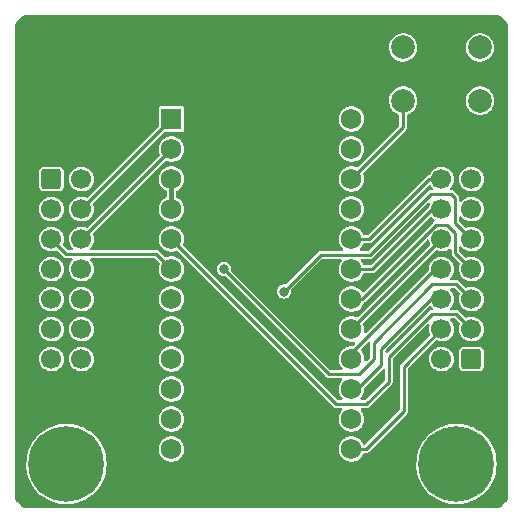
<source format=gbl>
%TF.GenerationSoftware,KiCad,Pcbnew,(6.0.4-0)*%
%TF.CreationDate,2022-03-28T13:42:25+08:00*%
%TF.ProjectId,Pragmatic,50726167-6d61-4746-9963-2e6b69636164,V3*%
%TF.SameCoordinates,Original*%
%TF.FileFunction,Copper,L2,Bot*%
%TF.FilePolarity,Positive*%
%FSLAX46Y46*%
G04 Gerber Fmt 4.6, Leading zero omitted, Abs format (unit mm)*
G04 Created by KiCad (PCBNEW (6.0.4-0)) date 2022-03-28 13:42:25*
%MOMM*%
%LPD*%
G01*
G04 APERTURE LIST*
G04 Aperture macros list*
%AMRoundRect*
0 Rectangle with rounded corners*
0 $1 Rounding radius*
0 $2 $3 $4 $5 $6 $7 $8 $9 X,Y pos of 4 corners*
0 Add a 4 corners polygon primitive as box body*
4,1,4,$2,$3,$4,$5,$6,$7,$8,$9,$2,$3,0*
0 Add four circle primitives for the rounded corners*
1,1,$1+$1,$2,$3*
1,1,$1+$1,$4,$5*
1,1,$1+$1,$6,$7*
1,1,$1+$1,$8,$9*
0 Add four rect primitives between the rounded corners*
20,1,$1+$1,$2,$3,$4,$5,0*
20,1,$1+$1,$4,$5,$6,$7,0*
20,1,$1+$1,$6,$7,$8,$9,0*
20,1,$1+$1,$8,$9,$2,$3,0*%
G04 Aperture macros list end*
%TA.AperFunction,ComponentPad*%
%ADD10RoundRect,0.250000X-0.600000X-0.600000X0.600000X-0.600000X0.600000X0.600000X-0.600000X0.600000X0*%
%TD*%
%TA.AperFunction,ComponentPad*%
%ADD11C,1.700000*%
%TD*%
%TA.AperFunction,ComponentPad*%
%ADD12RoundRect,0.250000X0.600000X0.600000X-0.600000X0.600000X-0.600000X-0.600000X0.600000X-0.600000X0*%
%TD*%
%TA.AperFunction,ComponentPad*%
%ADD13C,2.000000*%
%TD*%
%TA.AperFunction,ComponentPad*%
%ADD14R,1.752600X1.752600*%
%TD*%
%TA.AperFunction,ComponentPad*%
%ADD15C,1.752600*%
%TD*%
%TA.AperFunction,ComponentPad*%
%ADD16C,6.400000*%
%TD*%
%TA.AperFunction,ViaPad*%
%ADD17C,0.800000*%
%TD*%
%TA.AperFunction,Conductor*%
%ADD18C,0.250000*%
%TD*%
%TA.AperFunction,Conductor*%
%ADD19C,0.381000*%
%TD*%
G04 APERTURE END LIST*
D10*
%TO.P,J1,1,Pin_1*%
%TO.N,VCC*%
X121920000Y-58420000D03*
D11*
%TO.P,J1,2,Pin_2*%
%TO.N,GND*%
X124460000Y-58420000D03*
%TO.P,J1,3,Pin_3*%
%TO.N,Row1*%
X121920000Y-60960000D03*
%TO.P,J1,4,Pin_4*%
%TO.N,Col1*%
X124460000Y-60960000D03*
%TO.P,J1,5,Pin_5*%
%TO.N,Row2*%
X121920000Y-63500000D03*
%TO.P,J1,6,Pin_6*%
%TO.N,Col2*%
X124460000Y-63500000D03*
%TO.P,J1,7,Pin_7*%
%TO.N,Row3*%
X121920000Y-66040000D03*
%TO.P,J1,8,Pin_8*%
%TO.N,Col3*%
X124460000Y-66040000D03*
%TO.P,J1,9,Pin_9*%
%TO.N,Row4*%
X121920000Y-68580000D03*
%TO.P,J1,10,Pin_10*%
%TO.N,Col4*%
X124460000Y-68580000D03*
%TO.P,J1,11,Pin_11*%
%TO.N,Row5*%
X121920000Y-71120000D03*
%TO.P,J1,12,Pin_12*%
%TO.N,Col5*%
X124460000Y-71120000D03*
%TO.P,J1,13,Pin_13*%
%TO.N,Row6*%
X121920000Y-73660000D03*
%TO.P,J1,14,Pin_14*%
%TO.N,Col6*%
X124460000Y-73660000D03*
%TD*%
D12*
%TO.P,J2,1,Pin_1*%
%TO.N,VCC*%
X157480000Y-73660000D03*
D11*
%TO.P,J2,2,Pin_2*%
%TO.N,GND*%
X154940000Y-73660000D03*
%TO.P,J2,3,Pin_3*%
%TO.N,Row1*%
X157480000Y-71120000D03*
%TO.P,J2,4,Pin_4*%
%TO.N,Col7*%
X154940000Y-71120000D03*
%TO.P,J2,5,Pin_5*%
%TO.N,Row2*%
X157480000Y-68580000D03*
%TO.P,J2,6,Pin_6*%
%TO.N,Col8*%
X154940000Y-68580000D03*
%TO.P,J2,7,Pin_7*%
%TO.N,Row3*%
X157480000Y-66040000D03*
%TO.P,J2,8,Pin_8*%
%TO.N,Col9*%
X154940000Y-66040000D03*
%TO.P,J2,9,Pin_9*%
%TO.N,Row4*%
X157480000Y-63500000D03*
%TO.P,J2,10,Pin_10*%
%TO.N,Col10*%
X154940000Y-63500000D03*
%TO.P,J2,11,Pin_11*%
%TO.N,Row5*%
X157480000Y-60960000D03*
%TO.P,J2,12,Pin_12*%
%TO.N,Col11*%
X154940000Y-60960000D03*
%TO.P,J2,13,Pin_13*%
%TO.N,Row6*%
X157480000Y-58420000D03*
%TO.P,J2,14,Pin_14*%
%TO.N,Col12*%
X154940000Y-58420000D03*
%TD*%
D13*
%TO.P,SW1,*%
%TO.N,*%
X158190000Y-51780000D03*
X158190000Y-47280000D03*
%TO.P,SW1,1,1*%
%TO.N,Reset*%
X151690000Y-51780000D03*
%TO.P,SW1,2,2*%
%TO.N,GND*%
X151690000Y-47280000D03*
%TD*%
D14*
%TO.P,U1,1,TX0/PD3*%
%TO.N,Col1*%
X132080000Y-53340000D03*
D15*
%TO.P,U1,2,RX1/PD2*%
%TO.N,Col2*%
X132080000Y-55880000D03*
%TO.P,U1,3,GND*%
%TO.N,GND*%
X132080000Y-58420000D03*
%TO.P,U1,4,GND*%
X132080000Y-60960000D03*
%TO.P,U1,5,2/PD1*%
%TO.N,Row1*%
X132080000Y-63500000D03*
%TO.P,U1,6,3/PD0*%
%TO.N,Row2*%
X132080000Y-66040000D03*
%TO.P,U1,7,4/PD4*%
%TO.N,Col3*%
X132080000Y-68580000D03*
%TO.P,U1,8,5/PC6*%
%TO.N,Row4*%
X132080000Y-71120000D03*
%TO.P,U1,9,6/PD7*%
%TO.N,Col4*%
X132080000Y-73660000D03*
%TO.P,U1,10,7/PE6*%
%TO.N,Row5*%
X132080000Y-76200000D03*
%TO.P,U1,11,8/PB4*%
%TO.N,Col5*%
X132080000Y-78740000D03*
%TO.P,U1,12,9/PB5*%
%TO.N,Col6*%
X132080000Y-81280000D03*
%TO.P,U1,13,10/PB6*%
%TO.N,Col7*%
X147320000Y-81280000D03*
%TO.P,U1,14,16/PB2*%
%TO.N,Row6*%
X147320000Y-78740000D03*
%TO.P,U1,15,14/PB3*%
%TO.N,Col8*%
X147320000Y-76200000D03*
%TO.P,U1,16,15/PB1*%
%TO.N,Col9*%
X147320000Y-73660000D03*
%TO.P,U1,17,A0/PF7*%
%TO.N,Col10*%
X147320000Y-71120000D03*
%TO.P,U1,18,A1/PF6*%
%TO.N,Row3*%
X147320000Y-68580000D03*
%TO.P,U1,19,A2/PF5*%
%TO.N,Col11*%
X147320000Y-66040000D03*
%TO.P,U1,20,A3/PF4*%
%TO.N,Col12*%
X147320000Y-63500000D03*
%TO.P,U1,21,VCC*%
%TO.N,VCC*%
X147320000Y-60960000D03*
%TO.P,U1,22,RST*%
%TO.N,Reset*%
X147320000Y-58420000D03*
%TO.P,U1,23,GND*%
%TO.N,GND*%
X147320000Y-55880000D03*
%TO.P,U1,24,RAW*%
%TO.N,unconnected-(U1-Pad24)*%
X147320000Y-53340000D03*
%TD*%
D16*
%TO.P,M2,*%
%TO.N,*%
X156210000Y-82550000D03*
%TD*%
%TO.P,M1,*%
%TO.N,*%
X123190000Y-82550000D03*
%TD*%
D17*
%TO.N,Row4*%
X141605000Y-67945000D03*
%TO.N,Row2*%
X136525000Y-66040000D03*
%TD*%
D18*
%TO.N,Row1*%
X150495000Y-73464495D02*
X150495000Y-75565000D01*
X146050000Y-77470000D02*
X132080000Y-63500000D01*
X156210000Y-69850000D02*
X154109495Y-69850000D01*
X150495000Y-75565000D02*
X148590000Y-77470000D01*
X154109495Y-69850000D02*
X150495000Y-73464495D01*
X148590000Y-77470000D02*
X146050000Y-77470000D01*
X157480000Y-71120000D02*
X156210000Y-69850000D01*
%TO.N,Col1*%
X132080000Y-53340000D02*
X124460000Y-60960000D01*
%TO.N,Col9*%
X147320000Y-73152000D02*
X154432000Y-66040000D01*
X154432000Y-66040000D02*
X154940000Y-66040000D01*
X147320000Y-73660000D02*
X147320000Y-73152000D01*
%TO.N,Col8*%
X147320000Y-76200000D02*
X147828000Y-76200000D01*
X149860000Y-74168000D02*
X149860000Y-72771000D01*
X147828000Y-76200000D02*
X149860000Y-74168000D01*
X149860000Y-72771000D02*
X154051000Y-68580000D01*
X154051000Y-68580000D02*
X154940000Y-68580000D01*
%TO.N,Col7*%
X148559275Y-81280000D02*
X151765000Y-78074275D01*
X151765000Y-74295000D02*
X154940000Y-71120000D01*
X147320000Y-81280000D02*
X148559275Y-81280000D01*
X151765000Y-78074275D02*
X151765000Y-74295000D01*
%TO.N,Row3*%
X155426499Y-62325489D02*
X154453501Y-62325489D01*
X156114511Y-64674511D02*
X156114511Y-63013501D01*
X154453501Y-62325489D02*
X148198990Y-68580000D01*
X148198990Y-68580000D02*
X147320000Y-68580000D01*
X156114511Y-63013501D02*
X155426499Y-62325489D01*
X157480000Y-66040000D02*
X156114511Y-64674511D01*
%TO.N,Row4*%
X156114511Y-60034006D02*
X155770505Y-59690000D01*
X155770505Y-59690000D02*
X154051000Y-59690000D01*
X156114511Y-62134511D02*
X156114511Y-60034006D01*
X148901811Y-64839189D02*
X144710811Y-64839189D01*
X157480000Y-63500000D02*
X156114511Y-62134511D01*
X144710811Y-64839189D02*
X141605000Y-67945000D01*
X154051000Y-59690000D02*
X148901811Y-64839189D01*
%TO.N,Col2*%
X132080000Y-55880000D02*
X124460000Y-63500000D01*
%TO.N,Row2*%
X149225000Y-72263000D02*
X149225000Y-73660000D01*
X154178000Y-67310000D02*
X149225000Y-72263000D01*
X145415000Y-74930000D02*
X136525000Y-66040000D01*
X156210000Y-67310000D02*
X154178000Y-67310000D01*
X149225000Y-73660000D02*
X147955000Y-74930000D01*
X157480000Y-68580000D02*
X156210000Y-67310000D01*
X121920000Y-63500000D02*
X123190000Y-64770000D01*
X123190000Y-64770000D02*
X130810000Y-64770000D01*
X147955000Y-74930000D02*
X145415000Y-74930000D01*
X130810000Y-64770000D02*
X132080000Y-66040000D01*
%TO.N,Reset*%
X151690000Y-54050000D02*
X147320000Y-58420000D01*
X151690000Y-51780000D02*
X151690000Y-54050000D01*
%TO.N,Col12*%
X147320000Y-63500000D02*
X148844000Y-63500000D01*
X148844000Y-63500000D02*
X153924000Y-58420000D01*
X153924000Y-58420000D02*
X154940000Y-58420000D01*
%TO.N,Col11*%
X147320000Y-66040000D02*
X149098000Y-66040000D01*
X154178000Y-60960000D02*
X154940000Y-60960000D01*
X149098000Y-66040000D02*
X154178000Y-60960000D01*
%TO.N,Col10*%
X147320000Y-71120000D02*
X154940000Y-63500000D01*
D19*
%TO.N,GND*%
X132080000Y-58420000D02*
X132080000Y-60960000D01*
%TD*%
%TA.AperFunction,NonConductor*%
G36*
X153982117Y-58926375D02*
G01*
X154038953Y-58968922D01*
X154048035Y-58983452D01*
X154049897Y-58986341D01*
X154052712Y-58991818D01*
X154180677Y-59153270D01*
X154180550Y-59153370D01*
X154212227Y-59213870D01*
X154205927Y-59284586D01*
X154162395Y-59340671D01*
X154088658Y-59364500D01*
X154070710Y-59364500D01*
X154059728Y-59364020D01*
X154033180Y-59361697D01*
X154033178Y-59361697D01*
X154022193Y-59360736D01*
X153985785Y-59370492D01*
X153975058Y-59372870D01*
X153971699Y-59373462D01*
X153937955Y-59379412D01*
X153928410Y-59384923D01*
X153925134Y-59386115D01*
X153921966Y-59387592D01*
X153911316Y-59390446D01*
X153889389Y-59405800D01*
X153880456Y-59412055D01*
X153871185Y-59417961D01*
X153848094Y-59431293D01*
X153838545Y-59436806D01*
X153820853Y-59457890D01*
X153814315Y-59465682D01*
X153806889Y-59473785D01*
X148803890Y-64476784D01*
X148741578Y-64510810D01*
X148714795Y-64513689D01*
X148133813Y-64513689D01*
X148065692Y-64493687D01*
X148019199Y-64440031D01*
X148009095Y-64369757D01*
X148038589Y-64305177D01*
X148053243Y-64290815D01*
X148080242Y-64268360D01*
X148084674Y-64264674D01*
X148110710Y-64233370D01*
X148207530Y-64116957D01*
X148207530Y-64116956D01*
X148211221Y-64112519D01*
X148307920Y-63939850D01*
X148317713Y-63910999D01*
X148358548Y-63852924D01*
X148424301Y-63826144D01*
X148437026Y-63825500D01*
X148824290Y-63825500D01*
X148835272Y-63825980D01*
X148861820Y-63828303D01*
X148861822Y-63828303D01*
X148872807Y-63829264D01*
X148909215Y-63819508D01*
X148919942Y-63817130D01*
X148923301Y-63816538D01*
X148957045Y-63810588D01*
X148966590Y-63805077D01*
X148969866Y-63803885D01*
X148973034Y-63802408D01*
X148983684Y-63799554D01*
X149014544Y-63777945D01*
X149023815Y-63772039D01*
X149046906Y-63758707D01*
X149056455Y-63753194D01*
X149080685Y-63724317D01*
X149088111Y-63716215D01*
X153848990Y-58955336D01*
X153911302Y-58921310D01*
X153982117Y-58926375D01*
G37*
%TD.AperFunction*%
%TA.AperFunction,NonConductor*%
G36*
X153882659Y-60422833D02*
G01*
X153939495Y-60465380D01*
X153964306Y-60531900D01*
X153958729Y-60578986D01*
X153907484Y-60740532D01*
X153907291Y-60742249D01*
X153873867Y-60803807D01*
X149000079Y-65677595D01*
X148937767Y-65711621D01*
X148910984Y-65714500D01*
X148438534Y-65714500D01*
X148370413Y-65694498D01*
X148325528Y-65644228D01*
X148325243Y-65643649D01*
X148242056Y-65474963D01*
X148226311Y-65453878D01*
X148160748Y-65366078D01*
X148136016Y-65299528D01*
X148151190Y-65230172D01*
X148201452Y-65180030D01*
X148261706Y-65164689D01*
X148882101Y-65164689D01*
X148893083Y-65165169D01*
X148919631Y-65167492D01*
X148919633Y-65167492D01*
X148930618Y-65168453D01*
X148967026Y-65158697D01*
X148977753Y-65156319D01*
X148981112Y-65155727D01*
X149014856Y-65149777D01*
X149024401Y-65144266D01*
X149027677Y-65143074D01*
X149030845Y-65141597D01*
X149041495Y-65138743D01*
X149072355Y-65117134D01*
X149081626Y-65111228D01*
X149104717Y-65097896D01*
X149114266Y-65092383D01*
X149138496Y-65063506D01*
X149145922Y-65055404D01*
X153749532Y-60451794D01*
X153811844Y-60417768D01*
X153882659Y-60422833D01*
G37*
%TD.AperFunction*%
%TA.AperFunction,NonConductor*%
G36*
X154035788Y-69159704D02*
G01*
X154090500Y-69199494D01*
X154152407Y-69277602D01*
X154180678Y-69313271D01*
X154179682Y-69314061D01*
X154209539Y-69371093D01*
X154203234Y-69441810D01*
X154159698Y-69497891D01*
X154096949Y-69521236D01*
X154091675Y-69521697D01*
X154080688Y-69520736D01*
X154044280Y-69530492D01*
X154033553Y-69532870D01*
X154030194Y-69533462D01*
X153996450Y-69539412D01*
X153986905Y-69544923D01*
X153983629Y-69546115D01*
X153980461Y-69547592D01*
X153969811Y-69550446D01*
X153947884Y-69565800D01*
X153938951Y-69572055D01*
X153929680Y-69577961D01*
X153906589Y-69591293D01*
X153897040Y-69596806D01*
X153879348Y-69617890D01*
X153872810Y-69625682D01*
X153865384Y-69633785D01*
X150400595Y-73098574D01*
X150338283Y-73132600D01*
X150267468Y-73127535D01*
X150210632Y-73084988D01*
X150185821Y-73018468D01*
X150185500Y-73009479D01*
X150185500Y-72958016D01*
X150205502Y-72889895D01*
X150222405Y-72868921D01*
X153902661Y-69188665D01*
X153964973Y-69154639D01*
X154035788Y-69159704D01*
G37*
%TD.AperFunction*%
%TA.AperFunction,NonConductor*%
G36*
X148817532Y-72218960D02*
G01*
X148874368Y-72261507D01*
X148899179Y-72328027D01*
X148899500Y-72337016D01*
X148899500Y-73472983D01*
X148879498Y-73541104D01*
X148862595Y-73562078D01*
X148614918Y-73809755D01*
X148552606Y-73843781D01*
X148481791Y-73838716D01*
X148424955Y-73796169D01*
X148400144Y-73729649D01*
X148400231Y-73716605D01*
X148399931Y-73716597D01*
X148401316Y-73663704D01*
X148401413Y-73660000D01*
X148383305Y-73462928D01*
X148373918Y-73429643D01*
X148331154Y-73278015D01*
X148331153Y-73278013D01*
X148329586Y-73272456D01*
X148322334Y-73257749D01*
X148244611Y-73100144D01*
X148242056Y-73094963D01*
X148224217Y-73071073D01*
X148178222Y-73009479D01*
X148134294Y-72950652D01*
X148109562Y-72884104D01*
X148124736Y-72814747D01*
X148146157Y-72786169D01*
X148684405Y-72247921D01*
X148746717Y-72213895D01*
X148817532Y-72218960D01*
G37*
%TD.AperFunction*%
%TA.AperFunction,NonConductor*%
G36*
X150087532Y-74504960D02*
G01*
X150144368Y-74547507D01*
X150169179Y-74614027D01*
X150169500Y-74623016D01*
X150169500Y-75377984D01*
X150149498Y-75446105D01*
X150132595Y-75467079D01*
X148492079Y-77107595D01*
X148429767Y-77141621D01*
X148402984Y-77144500D01*
X148203791Y-77144500D01*
X148135670Y-77124498D01*
X148089177Y-77070842D01*
X148079073Y-77000568D01*
X148106917Y-76937930D01*
X148207530Y-76816957D01*
X148207530Y-76816956D01*
X148211221Y-76812519D01*
X148307920Y-76639850D01*
X148371533Y-76452451D01*
X148383609Y-76369170D01*
X148399398Y-76260271D01*
X148399931Y-76256597D01*
X148401413Y-76200000D01*
X148397303Y-76155271D01*
X148410987Y-76085606D01*
X148433679Y-76054647D01*
X149954405Y-74533921D01*
X150016717Y-74499895D01*
X150087532Y-74504960D01*
G37*
%TD.AperFunction*%
%TA.AperFunction,NonConductor*%
G36*
X159372965Y-44512688D02*
G01*
X159376762Y-44512073D01*
X159385000Y-44515485D01*
X159394839Y-44511410D01*
X159415494Y-44513630D01*
X159419493Y-44513215D01*
X159564322Y-44524613D01*
X159583849Y-44527706D01*
X159749120Y-44567384D01*
X159767914Y-44573490D01*
X159924945Y-44638535D01*
X159942556Y-44647509D01*
X160087475Y-44736316D01*
X160103470Y-44747937D01*
X160232705Y-44858314D01*
X160246686Y-44872295D01*
X160357063Y-45001530D01*
X160368684Y-45017525D01*
X160457491Y-45162444D01*
X160466465Y-45180055D01*
X160519289Y-45307582D01*
X160531508Y-45337081D01*
X160537618Y-45355885D01*
X160577294Y-45521150D01*
X160580387Y-45540679D01*
X160593642Y-45709106D01*
X160593628Y-45710070D01*
X160589515Y-45720000D01*
X160593354Y-45729267D01*
X160593308Y-45732457D01*
X160592583Y-45739199D01*
X160594500Y-45752531D01*
X160594500Y-85077965D01*
X160592312Y-85077965D01*
X160592927Y-85081762D01*
X160589515Y-85090000D01*
X160593590Y-85099839D01*
X160591370Y-85120494D01*
X160591785Y-85124493D01*
X160580387Y-85269322D01*
X160577294Y-85288850D01*
X160537618Y-85454115D01*
X160531510Y-85472914D01*
X160466465Y-85629945D01*
X160457491Y-85647556D01*
X160368684Y-85792475D01*
X160357063Y-85808470D01*
X160246686Y-85937705D01*
X160232705Y-85951686D01*
X160103470Y-86062063D01*
X160087475Y-86073684D01*
X159942556Y-86162491D01*
X159924945Y-86171465D01*
X159767914Y-86236510D01*
X159749120Y-86242616D01*
X159596946Y-86279150D01*
X159583850Y-86282294D01*
X159564321Y-86285387D01*
X159395894Y-86298642D01*
X159394930Y-86298628D01*
X159385000Y-86294515D01*
X159375733Y-86298354D01*
X159372543Y-86298308D01*
X159365801Y-86297583D01*
X159352469Y-86299500D01*
X120027035Y-86299500D01*
X120027035Y-86297312D01*
X120023238Y-86297927D01*
X120015000Y-86294515D01*
X120005161Y-86298590D01*
X119984506Y-86296370D01*
X119980507Y-86296785D01*
X119835678Y-86285387D01*
X119816150Y-86282294D01*
X119803054Y-86279150D01*
X119650880Y-86242616D01*
X119632086Y-86236510D01*
X119475055Y-86171465D01*
X119457444Y-86162491D01*
X119312525Y-86073684D01*
X119296530Y-86062063D01*
X119167295Y-85951686D01*
X119153314Y-85937705D01*
X119042937Y-85808470D01*
X119031316Y-85792475D01*
X118942509Y-85647556D01*
X118933535Y-85629945D01*
X118868490Y-85472914D01*
X118862382Y-85454115D01*
X118822706Y-85288850D01*
X118819613Y-85269321D01*
X118806358Y-85100894D01*
X118806372Y-85099930D01*
X118810485Y-85090000D01*
X118806646Y-85080733D01*
X118806692Y-85077543D01*
X118807417Y-85070801D01*
X118805500Y-85057469D01*
X118805500Y-82538113D01*
X119784527Y-82538113D01*
X119803162Y-82905971D01*
X119803699Y-82909326D01*
X119803700Y-82909332D01*
X119844038Y-83161170D01*
X119861416Y-83269665D01*
X119958608Y-83624941D01*
X120093602Y-83967642D01*
X120264817Y-84293759D01*
X120266718Y-84296588D01*
X120266724Y-84296598D01*
X120451707Y-84571879D01*
X120470252Y-84599477D01*
X120707502Y-84881221D01*
X120810006Y-84979176D01*
X120971329Y-85133341D01*
X120971336Y-85133347D01*
X120973792Y-85135694D01*
X121266008Y-85359919D01*
X121580731Y-85551274D01*
X121914279Y-85707519D01*
X121917497Y-85708621D01*
X121917500Y-85708622D01*
X122259528Y-85825725D01*
X122259536Y-85825727D01*
X122262751Y-85826828D01*
X122622070Y-85907804D01*
X122705002Y-85917253D01*
X122984650Y-85949115D01*
X122984658Y-85949115D01*
X122988033Y-85949500D01*
X122991437Y-85949518D01*
X122991440Y-85949518D01*
X123191074Y-85950563D01*
X123356358Y-85951428D01*
X123359744Y-85951078D01*
X123359746Y-85951078D01*
X123719345Y-85913918D01*
X123719354Y-85913917D01*
X123722737Y-85913567D01*
X123726070Y-85912853D01*
X123726073Y-85912852D01*
X123905126Y-85874466D01*
X124082884Y-85836358D01*
X124432586Y-85720705D01*
X124767752Y-85567961D01*
X124959491Y-85454115D01*
X125081516Y-85381662D01*
X125081521Y-85381659D01*
X125084461Y-85379913D01*
X125111091Y-85359919D01*
X125376276Y-85160812D01*
X125379009Y-85158760D01*
X125647950Y-84907089D01*
X125888138Y-84627846D01*
X125905838Y-84602093D01*
X126094831Y-84327104D01*
X126096762Y-84324295D01*
X126098374Y-84321301D01*
X126098379Y-84321293D01*
X126269761Y-84003001D01*
X126271383Y-83999989D01*
X126409958Y-83658720D01*
X126510865Y-83304482D01*
X126572925Y-82941418D01*
X126574888Y-82909332D01*
X126595301Y-82575572D01*
X126595411Y-82573775D01*
X126595494Y-82550000D01*
X126594850Y-82538113D01*
X152804527Y-82538113D01*
X152823162Y-82905971D01*
X152823699Y-82909326D01*
X152823700Y-82909332D01*
X152864038Y-83161170D01*
X152881416Y-83269665D01*
X152978608Y-83624941D01*
X153113602Y-83967642D01*
X153284817Y-84293759D01*
X153286718Y-84296588D01*
X153286724Y-84296598D01*
X153471707Y-84571879D01*
X153490252Y-84599477D01*
X153727502Y-84881221D01*
X153830006Y-84979176D01*
X153991329Y-85133341D01*
X153991336Y-85133347D01*
X153993792Y-85135694D01*
X154286008Y-85359919D01*
X154600731Y-85551274D01*
X154934279Y-85707519D01*
X154937497Y-85708621D01*
X154937500Y-85708622D01*
X155279528Y-85825725D01*
X155279536Y-85825727D01*
X155282751Y-85826828D01*
X155642070Y-85907804D01*
X155725002Y-85917253D01*
X156004650Y-85949115D01*
X156004658Y-85949115D01*
X156008033Y-85949500D01*
X156011437Y-85949518D01*
X156011440Y-85949518D01*
X156211074Y-85950563D01*
X156376358Y-85951428D01*
X156379744Y-85951078D01*
X156379746Y-85951078D01*
X156739345Y-85913918D01*
X156739354Y-85913917D01*
X156742737Y-85913567D01*
X156746070Y-85912853D01*
X156746073Y-85912852D01*
X156925126Y-85874466D01*
X157102884Y-85836358D01*
X157452586Y-85720705D01*
X157787752Y-85567961D01*
X157979491Y-85454115D01*
X158101516Y-85381662D01*
X158101521Y-85381659D01*
X158104461Y-85379913D01*
X158131091Y-85359919D01*
X158396276Y-85160812D01*
X158399009Y-85158760D01*
X158667950Y-84907089D01*
X158908138Y-84627846D01*
X158925838Y-84602093D01*
X159114831Y-84327104D01*
X159116762Y-84324295D01*
X159118374Y-84321301D01*
X159118379Y-84321293D01*
X159289761Y-84003001D01*
X159291383Y-83999989D01*
X159429958Y-83658720D01*
X159530865Y-83304482D01*
X159592925Y-82941418D01*
X159594888Y-82909332D01*
X159615301Y-82575572D01*
X159615411Y-82573775D01*
X159615494Y-82550000D01*
X159595575Y-82182209D01*
X159536052Y-81818720D01*
X159437620Y-81463786D01*
X159434443Y-81455801D01*
X159302690Y-81124722D01*
X159301431Y-81121558D01*
X159212978Y-80954500D01*
X159130677Y-80799060D01*
X159130673Y-80799053D01*
X159129078Y-80796041D01*
X158922578Y-80491041D01*
X158684346Y-80210128D01*
X158417168Y-79956586D01*
X158200506Y-79791533D01*
X158126879Y-79735444D01*
X158126877Y-79735442D01*
X158124172Y-79733382D01*
X158121260Y-79731625D01*
X158121255Y-79731622D01*
X157811705Y-79544889D01*
X157811696Y-79544884D01*
X157808783Y-79543127D01*
X157805693Y-79541693D01*
X157805688Y-79541690D01*
X157581448Y-79437602D01*
X157474691Y-79388047D01*
X157471466Y-79386955D01*
X157471460Y-79386953D01*
X157129032Y-79271048D01*
X157129027Y-79271047D01*
X157125805Y-79269956D01*
X156891920Y-79218104D01*
X156769536Y-79190972D01*
X156769532Y-79190971D01*
X156766206Y-79190234D01*
X156616624Y-79173720D01*
X156403482Y-79150189D01*
X156403475Y-79150189D01*
X156400100Y-79149816D01*
X156396701Y-79149810D01*
X156396700Y-79149810D01*
X156222980Y-79149507D01*
X156031770Y-79149173D01*
X155894556Y-79163837D01*
X155668910Y-79187951D01*
X155668904Y-79187952D01*
X155665526Y-79188313D01*
X155305650Y-79266779D01*
X154956354Y-79383652D01*
X154953261Y-79385075D01*
X154953260Y-79385075D01*
X154943674Y-79389484D01*
X154621723Y-79537565D01*
X154618789Y-79539321D01*
X154618787Y-79539322D01*
X154556863Y-79576383D01*
X154305672Y-79726718D01*
X154011898Y-79948897D01*
X153743837Y-80201505D01*
X153741625Y-80204095D01*
X153741624Y-80204096D01*
X153741270Y-80204511D01*
X153504626Y-80481585D01*
X153502698Y-80484412D01*
X153502696Y-80484414D01*
X153456272Y-80552469D01*
X153297062Y-80785862D01*
X153123574Y-81110776D01*
X153122299Y-81113948D01*
X153122297Y-81113952D01*
X153054058Y-81283704D01*
X152986192Y-81452526D01*
X152985273Y-81455794D01*
X152985271Y-81455801D01*
X152931744Y-81646229D01*
X152886521Y-81807115D01*
X152885959Y-81810472D01*
X152885959Y-81810473D01*
X152884015Y-81822093D01*
X152825729Y-82170393D01*
X152804527Y-82538113D01*
X126594850Y-82538113D01*
X126575575Y-82182209D01*
X126516052Y-81818720D01*
X126417620Y-81463786D01*
X126414443Y-81455801D01*
X126333218Y-81251692D01*
X130998958Y-81251692D01*
X131011901Y-81449170D01*
X131060615Y-81640983D01*
X131143469Y-81820706D01*
X131257687Y-81982322D01*
X131399445Y-82120416D01*
X131563994Y-82230364D01*
X131569297Y-82232642D01*
X131569300Y-82232644D01*
X131740518Y-82306205D01*
X131745825Y-82308485D01*
X131816470Y-82324470D01*
X131933210Y-82350886D01*
X131933215Y-82350887D01*
X131938847Y-82352161D01*
X131944618Y-82352388D01*
X131944620Y-82352388D01*
X132003253Y-82354692D01*
X132136597Y-82359931D01*
X132234524Y-82345732D01*
X132326737Y-82332362D01*
X132326742Y-82332361D01*
X132332451Y-82331533D01*
X132337915Y-82329678D01*
X132337920Y-82329677D01*
X132514382Y-82269776D01*
X132519850Y-82267920D01*
X132666824Y-82185611D01*
X132687482Y-82174042D01*
X132687483Y-82174041D01*
X132692519Y-82171221D01*
X132696957Y-82167530D01*
X132840241Y-82048361D01*
X132844674Y-82044674D01*
X132971221Y-81892519D01*
X133067920Y-81719850D01*
X133105785Y-81608303D01*
X133129677Y-81537920D01*
X133129678Y-81537915D01*
X133131533Y-81532451D01*
X133135613Y-81504318D01*
X133159398Y-81340271D01*
X133159931Y-81336597D01*
X133161413Y-81280000D01*
X133146855Y-81121558D01*
X133143834Y-81088682D01*
X133143833Y-81088679D01*
X133143305Y-81082928D01*
X133089586Y-80892456D01*
X133080095Y-80873209D01*
X133004611Y-80720144D01*
X133004610Y-80720143D01*
X133002056Y-80714963D01*
X132980788Y-80686481D01*
X132887103Y-80561023D01*
X132883646Y-80556393D01*
X132738323Y-80422057D01*
X132663154Y-80374629D01*
X132575835Y-80319535D01*
X132575830Y-80319533D01*
X132570951Y-80316454D01*
X132387138Y-80243120D01*
X132381478Y-80241994D01*
X132381474Y-80241993D01*
X132198705Y-80205638D01*
X132198702Y-80205638D01*
X132193038Y-80204511D01*
X132187263Y-80204435D01*
X132187259Y-80204435D01*
X132088756Y-80203146D01*
X131995153Y-80201921D01*
X131989456Y-80202900D01*
X131989455Y-80202900D01*
X131805807Y-80234456D01*
X131805806Y-80234456D01*
X131800110Y-80235435D01*
X131614440Y-80303933D01*
X131444361Y-80405119D01*
X131295571Y-80535604D01*
X131292004Y-80540129D01*
X131291999Y-80540134D01*
X131279182Y-80556393D01*
X131173051Y-80691020D01*
X131170360Y-80696136D01*
X131170358Y-80696138D01*
X131157728Y-80720144D01*
X131080905Y-80866161D01*
X131022218Y-81055162D01*
X130998958Y-81251692D01*
X126333218Y-81251692D01*
X126282690Y-81124722D01*
X126281431Y-81121558D01*
X126192978Y-80954500D01*
X126110677Y-80799060D01*
X126110673Y-80799053D01*
X126109078Y-80796041D01*
X125902578Y-80491041D01*
X125664346Y-80210128D01*
X125397168Y-79956586D01*
X125180506Y-79791533D01*
X125106879Y-79735444D01*
X125106877Y-79735442D01*
X125104172Y-79733382D01*
X125101260Y-79731625D01*
X125101255Y-79731622D01*
X124791705Y-79544889D01*
X124791696Y-79544884D01*
X124788783Y-79543127D01*
X124785693Y-79541693D01*
X124785688Y-79541690D01*
X124561448Y-79437602D01*
X124454691Y-79388047D01*
X124451466Y-79386955D01*
X124451460Y-79386953D01*
X124109032Y-79271048D01*
X124109027Y-79271047D01*
X124105805Y-79269956D01*
X123871920Y-79218104D01*
X123749536Y-79190972D01*
X123749532Y-79190971D01*
X123746206Y-79190234D01*
X123596624Y-79173720D01*
X123383482Y-79150189D01*
X123383475Y-79150189D01*
X123380100Y-79149816D01*
X123376701Y-79149810D01*
X123376700Y-79149810D01*
X123202980Y-79149507D01*
X123011770Y-79149173D01*
X122874556Y-79163837D01*
X122648910Y-79187951D01*
X122648904Y-79187952D01*
X122645526Y-79188313D01*
X122285650Y-79266779D01*
X121936354Y-79383652D01*
X121933261Y-79385075D01*
X121933260Y-79385075D01*
X121923674Y-79389484D01*
X121601723Y-79537565D01*
X121598789Y-79539321D01*
X121598787Y-79539322D01*
X121536863Y-79576383D01*
X121285672Y-79726718D01*
X120991898Y-79948897D01*
X120723837Y-80201505D01*
X120721625Y-80204095D01*
X120721624Y-80204096D01*
X120721270Y-80204511D01*
X120484626Y-80481585D01*
X120482698Y-80484412D01*
X120482696Y-80484414D01*
X120436272Y-80552469D01*
X120277062Y-80785862D01*
X120103574Y-81110776D01*
X120102299Y-81113948D01*
X120102297Y-81113952D01*
X120034058Y-81283704D01*
X119966192Y-81452526D01*
X119965273Y-81455794D01*
X119965271Y-81455801D01*
X119911744Y-81646229D01*
X119866521Y-81807115D01*
X119865959Y-81810472D01*
X119865959Y-81810473D01*
X119864015Y-81822093D01*
X119805729Y-82170393D01*
X119784527Y-82538113D01*
X118805500Y-82538113D01*
X118805500Y-78711692D01*
X130998958Y-78711692D01*
X131011901Y-78909170D01*
X131060615Y-79100983D01*
X131143469Y-79280706D01*
X131146802Y-79285422D01*
X131219330Y-79388047D01*
X131257687Y-79442322D01*
X131399445Y-79580416D01*
X131563994Y-79690364D01*
X131569297Y-79692642D01*
X131569300Y-79692644D01*
X131668920Y-79735444D01*
X131745825Y-79768485D01*
X131816470Y-79784470D01*
X131933210Y-79810886D01*
X131933215Y-79810887D01*
X131938847Y-79812161D01*
X131944618Y-79812388D01*
X131944620Y-79812388D01*
X132003253Y-79814692D01*
X132136597Y-79819931D01*
X132234524Y-79805732D01*
X132326737Y-79792362D01*
X132326742Y-79792361D01*
X132332451Y-79791533D01*
X132337915Y-79789678D01*
X132337920Y-79789677D01*
X132514382Y-79729776D01*
X132519850Y-79727920D01*
X132692519Y-79631221D01*
X132798440Y-79543127D01*
X132840241Y-79508361D01*
X132844674Y-79504674D01*
X132941673Y-79388047D01*
X132967530Y-79356957D01*
X132967530Y-79356956D01*
X132971221Y-79352519D01*
X133067920Y-79179850D01*
X133131533Y-78992451D01*
X133143609Y-78909170D01*
X133159398Y-78800271D01*
X133159931Y-78796597D01*
X133161413Y-78740000D01*
X133143305Y-78542928D01*
X133089586Y-78352456D01*
X133074096Y-78321044D01*
X133004611Y-78180144D01*
X133002056Y-78174963D01*
X132980788Y-78146481D01*
X132920340Y-78065532D01*
X132883646Y-78016393D01*
X132800391Y-77939432D01*
X132742568Y-77885981D01*
X132738323Y-77882057D01*
X132632839Y-77815502D01*
X132575835Y-77779535D01*
X132575830Y-77779533D01*
X132570951Y-77776454D01*
X132387138Y-77703120D01*
X132381478Y-77701994D01*
X132381474Y-77701993D01*
X132198705Y-77665638D01*
X132198702Y-77665638D01*
X132193038Y-77664511D01*
X132187263Y-77664435D01*
X132187259Y-77664435D01*
X132088756Y-77663146D01*
X131995153Y-77661921D01*
X131989456Y-77662900D01*
X131989455Y-77662900D01*
X131805807Y-77694456D01*
X131805806Y-77694456D01*
X131800110Y-77695435D01*
X131614440Y-77763933D01*
X131609479Y-77766885D01*
X131609478Y-77766885D01*
X131560085Y-77796271D01*
X131444361Y-77865119D01*
X131295571Y-77995604D01*
X131292004Y-78000129D01*
X131291999Y-78000134D01*
X131244760Y-78060057D01*
X131173051Y-78151020D01*
X131170360Y-78156136D01*
X131170358Y-78156138D01*
X131083597Y-78321044D01*
X131080905Y-78326161D01*
X131022218Y-78515162D01*
X130998958Y-78711692D01*
X118805500Y-78711692D01*
X118805500Y-76171692D01*
X130998958Y-76171692D01*
X131011901Y-76369170D01*
X131060615Y-76560983D01*
X131143469Y-76740706D01*
X131257687Y-76902322D01*
X131399445Y-77040416D01*
X131563994Y-77150364D01*
X131569297Y-77152642D01*
X131569300Y-77152644D01*
X131740518Y-77226205D01*
X131745825Y-77228485D01*
X131816470Y-77244470D01*
X131933210Y-77270886D01*
X131933215Y-77270887D01*
X131938847Y-77272161D01*
X131944618Y-77272388D01*
X131944620Y-77272388D01*
X132003253Y-77274692D01*
X132136597Y-77279931D01*
X132234524Y-77265732D01*
X132326737Y-77252362D01*
X132326742Y-77252361D01*
X132332451Y-77251533D01*
X132337915Y-77249678D01*
X132337920Y-77249677D01*
X132514382Y-77189776D01*
X132519850Y-77187920D01*
X132692519Y-77091221D01*
X132844674Y-76964674D01*
X132971221Y-76812519D01*
X133067920Y-76639850D01*
X133131533Y-76452451D01*
X133143609Y-76369170D01*
X133159398Y-76260271D01*
X133159931Y-76256597D01*
X133161413Y-76200000D01*
X133143305Y-76002928D01*
X133089586Y-75812456D01*
X133074096Y-75781044D01*
X133004611Y-75640144D01*
X133002056Y-75634963D01*
X132980788Y-75606481D01*
X132887103Y-75481023D01*
X132883646Y-75476393D01*
X132738323Y-75342057D01*
X132632839Y-75275502D01*
X132575835Y-75239535D01*
X132575830Y-75239533D01*
X132570951Y-75236454D01*
X132387138Y-75163120D01*
X132381478Y-75161994D01*
X132381474Y-75161993D01*
X132198705Y-75125638D01*
X132198702Y-75125638D01*
X132193038Y-75124511D01*
X132187263Y-75124435D01*
X132187259Y-75124435D01*
X132088756Y-75123146D01*
X131995153Y-75121921D01*
X131989456Y-75122900D01*
X131989455Y-75122900D01*
X131805807Y-75154456D01*
X131805806Y-75154456D01*
X131800110Y-75155435D01*
X131614440Y-75223933D01*
X131444361Y-75325119D01*
X131295571Y-75455604D01*
X131292004Y-75460129D01*
X131291999Y-75460134D01*
X131176629Y-75606481D01*
X131173051Y-75611020D01*
X131170360Y-75616136D01*
X131170358Y-75616138D01*
X131107536Y-75735544D01*
X131080905Y-75786161D01*
X131022218Y-75975162D01*
X130998958Y-76171692D01*
X118805500Y-76171692D01*
X118805500Y-73645262D01*
X120864520Y-73645262D01*
X120865036Y-73651406D01*
X120875409Y-73774929D01*
X120881759Y-73850553D01*
X120883458Y-73856478D01*
X120934125Y-74033174D01*
X120938544Y-74048586D01*
X120941359Y-74054063D01*
X120941360Y-74054066D01*
X121019146Y-74205422D01*
X121032712Y-74231818D01*
X121160677Y-74393270D01*
X121165370Y-74397264D01*
X121165371Y-74397265D01*
X121310740Y-74520983D01*
X121317564Y-74526791D01*
X121322942Y-74529797D01*
X121322944Y-74529798D01*
X121354563Y-74547469D01*
X121497398Y-74627297D01*
X121560869Y-74647920D01*
X121687471Y-74689056D01*
X121687475Y-74689057D01*
X121693329Y-74690959D01*
X121897894Y-74715351D01*
X121904029Y-74714879D01*
X121904031Y-74714879D01*
X121964565Y-74710221D01*
X122103300Y-74699546D01*
X122109230Y-74697890D01*
X122109232Y-74697890D01*
X122235505Y-74662634D01*
X122301725Y-74644145D01*
X122307214Y-74641372D01*
X122307220Y-74641370D01*
X122453268Y-74567595D01*
X122485610Y-74551258D01*
X122507801Y-74533921D01*
X122615078Y-74450107D01*
X122647951Y-74424424D01*
X122657040Y-74413895D01*
X122778540Y-74273134D01*
X122778540Y-74273133D01*
X122782564Y-74268472D01*
X122803387Y-74231818D01*
X122825547Y-74192809D01*
X122884323Y-74089344D01*
X122949351Y-73893863D01*
X122975171Y-73689474D01*
X122975583Y-73660000D01*
X122974138Y-73645262D01*
X123404520Y-73645262D01*
X123405036Y-73651406D01*
X123415409Y-73774929D01*
X123421759Y-73850553D01*
X123423458Y-73856478D01*
X123474125Y-74033174D01*
X123478544Y-74048586D01*
X123481359Y-74054063D01*
X123481360Y-74054066D01*
X123559146Y-74205422D01*
X123572712Y-74231818D01*
X123700677Y-74393270D01*
X123705370Y-74397264D01*
X123705371Y-74397265D01*
X123850740Y-74520983D01*
X123857564Y-74526791D01*
X123862942Y-74529797D01*
X123862944Y-74529798D01*
X123894563Y-74547469D01*
X124037398Y-74627297D01*
X124100869Y-74647920D01*
X124227471Y-74689056D01*
X124227475Y-74689057D01*
X124233329Y-74690959D01*
X124437894Y-74715351D01*
X124444029Y-74714879D01*
X124444031Y-74714879D01*
X124504565Y-74710221D01*
X124643300Y-74699546D01*
X124649230Y-74697890D01*
X124649232Y-74697890D01*
X124775505Y-74662634D01*
X124841725Y-74644145D01*
X124847214Y-74641372D01*
X124847220Y-74641370D01*
X124993268Y-74567595D01*
X125025610Y-74551258D01*
X125047801Y-74533921D01*
X125155078Y-74450107D01*
X125187951Y-74424424D01*
X125197040Y-74413895D01*
X125318540Y-74273134D01*
X125318540Y-74273133D01*
X125322564Y-74268472D01*
X125343387Y-74231818D01*
X125365547Y-74192809D01*
X125424323Y-74089344D01*
X125489351Y-73893863D01*
X125515171Y-73689474D01*
X125515583Y-73660000D01*
X125512807Y-73631692D01*
X130998958Y-73631692D01*
X131011901Y-73829170D01*
X131060615Y-74020983D01*
X131143469Y-74200706D01*
X131146802Y-74205422D01*
X131250828Y-74352616D01*
X131257687Y-74362322D01*
X131399445Y-74500416D01*
X131404248Y-74503626D01*
X131404249Y-74503626D01*
X131430226Y-74520983D01*
X131563994Y-74610364D01*
X131569297Y-74612642D01*
X131569300Y-74612644D01*
X131672637Y-74657041D01*
X131745825Y-74688485D01*
X131787390Y-74697890D01*
X131933210Y-74730886D01*
X131933215Y-74730887D01*
X131938847Y-74732161D01*
X131944618Y-74732388D01*
X131944620Y-74732388D01*
X132003253Y-74734692D01*
X132136597Y-74739931D01*
X132234524Y-74725732D01*
X132326737Y-74712362D01*
X132326742Y-74712361D01*
X132332451Y-74711533D01*
X132337915Y-74709678D01*
X132337920Y-74709677D01*
X132514382Y-74649776D01*
X132519850Y-74647920D01*
X132692519Y-74551221D01*
X132814094Y-74450107D01*
X132840241Y-74428361D01*
X132844674Y-74424674D01*
X132904605Y-74352616D01*
X132967530Y-74276957D01*
X132967530Y-74276956D01*
X132971221Y-74272519D01*
X132980728Y-74255544D01*
X133029119Y-74169134D01*
X133067920Y-74099850D01*
X133131533Y-73912451D01*
X133133309Y-73900209D01*
X133151473Y-73774929D01*
X133159931Y-73716597D01*
X133161413Y-73660000D01*
X133143305Y-73462928D01*
X133133918Y-73429643D01*
X133091154Y-73278015D01*
X133091153Y-73278013D01*
X133089586Y-73272456D01*
X133082334Y-73257749D01*
X133004611Y-73100144D01*
X133002056Y-73094963D01*
X132984217Y-73071073D01*
X132938222Y-73009479D01*
X132883646Y-72936393D01*
X132738323Y-72802057D01*
X132636560Y-72737850D01*
X132575835Y-72699535D01*
X132575830Y-72699533D01*
X132570951Y-72696454D01*
X132465158Y-72654247D01*
X132392502Y-72625260D01*
X132387138Y-72623120D01*
X132381478Y-72621994D01*
X132381474Y-72621993D01*
X132198705Y-72585638D01*
X132198702Y-72585638D01*
X132193038Y-72584511D01*
X132187263Y-72584435D01*
X132187259Y-72584435D01*
X132088756Y-72583146D01*
X131995153Y-72581921D01*
X131989456Y-72582900D01*
X131989455Y-72582900D01*
X131805807Y-72614456D01*
X131805806Y-72614456D01*
X131800110Y-72615435D01*
X131614440Y-72683933D01*
X131609479Y-72686885D01*
X131609478Y-72686885D01*
X131463271Y-72773869D01*
X131444361Y-72785119D01*
X131295571Y-72915604D01*
X131292004Y-72920129D01*
X131291999Y-72920134D01*
X131182603Y-73058903D01*
X131173051Y-73071020D01*
X131170360Y-73076136D01*
X131170358Y-73076138D01*
X131084796Y-73238765D01*
X131080905Y-73246161D01*
X131022218Y-73435162D01*
X130998958Y-73631692D01*
X125512807Y-73631692D01*
X125495480Y-73454970D01*
X125435935Y-73257749D01*
X125339218Y-73075849D01*
X125250756Y-72967384D01*
X125212906Y-72920975D01*
X125212903Y-72920972D01*
X125209011Y-72916200D01*
X125170214Y-72884104D01*
X125055025Y-72788811D01*
X125055021Y-72788809D01*
X125050275Y-72784882D01*
X124886730Y-72696454D01*
X124874474Y-72689827D01*
X124869055Y-72686897D01*
X124672254Y-72625977D01*
X124666129Y-72625333D01*
X124666128Y-72625333D01*
X124473498Y-72605087D01*
X124473496Y-72605087D01*
X124467369Y-72604443D01*
X124386988Y-72611758D01*
X124268342Y-72622555D01*
X124268339Y-72622556D01*
X124262203Y-72623114D01*
X124064572Y-72681280D01*
X123882002Y-72776726D01*
X123877201Y-72780586D01*
X123877198Y-72780588D01*
X123726254Y-72901950D01*
X123721447Y-72905815D01*
X123589024Y-73063630D01*
X123586056Y-73069028D01*
X123586053Y-73069033D01*
X123500706Y-73224281D01*
X123489776Y-73244162D01*
X123427484Y-73440532D01*
X123426798Y-73446649D01*
X123426797Y-73446653D01*
X123406042Y-73631692D01*
X123404520Y-73645262D01*
X122974138Y-73645262D01*
X122955480Y-73454970D01*
X122895935Y-73257749D01*
X122799218Y-73075849D01*
X122710756Y-72967384D01*
X122672906Y-72920975D01*
X122672903Y-72920972D01*
X122669011Y-72916200D01*
X122630214Y-72884104D01*
X122515025Y-72788811D01*
X122515021Y-72788809D01*
X122510275Y-72784882D01*
X122346730Y-72696454D01*
X122334474Y-72689827D01*
X122329055Y-72686897D01*
X122132254Y-72625977D01*
X122126129Y-72625333D01*
X122126128Y-72625333D01*
X121933498Y-72605087D01*
X121933496Y-72605087D01*
X121927369Y-72604443D01*
X121846988Y-72611758D01*
X121728342Y-72622555D01*
X121728339Y-72622556D01*
X121722203Y-72623114D01*
X121524572Y-72681280D01*
X121342002Y-72776726D01*
X121337201Y-72780586D01*
X121337198Y-72780588D01*
X121186254Y-72901950D01*
X121181447Y-72905815D01*
X121049024Y-73063630D01*
X121046056Y-73069028D01*
X121046053Y-73069033D01*
X120960706Y-73224281D01*
X120949776Y-73244162D01*
X120887484Y-73440532D01*
X120886798Y-73446649D01*
X120886797Y-73446653D01*
X120866042Y-73631692D01*
X120864520Y-73645262D01*
X118805500Y-73645262D01*
X118805500Y-71105262D01*
X120864520Y-71105262D01*
X120881759Y-71310553D01*
X120938544Y-71508586D01*
X120941359Y-71514063D01*
X120941360Y-71514066D01*
X121016928Y-71661106D01*
X121032712Y-71691818D01*
X121160677Y-71853270D01*
X121165370Y-71857264D01*
X121165371Y-71857265D01*
X121281835Y-71956383D01*
X121317564Y-71986791D01*
X121497398Y-72087297D01*
X121560869Y-72107920D01*
X121687471Y-72149056D01*
X121687475Y-72149057D01*
X121693329Y-72150959D01*
X121897894Y-72175351D01*
X121904029Y-72174879D01*
X121904031Y-72174879D01*
X121960039Y-72170569D01*
X122103300Y-72159546D01*
X122109230Y-72157890D01*
X122109232Y-72157890D01*
X122295797Y-72105800D01*
X122295796Y-72105800D01*
X122301725Y-72104145D01*
X122307214Y-72101372D01*
X122307220Y-72101370D01*
X122462788Y-72022786D01*
X122485610Y-72011258D01*
X122647951Y-71884424D01*
X122782564Y-71728472D01*
X122803387Y-71691818D01*
X122857741Y-71596136D01*
X122884323Y-71549344D01*
X122949351Y-71353863D01*
X122975171Y-71149474D01*
X122975583Y-71120000D01*
X122974138Y-71105262D01*
X123404520Y-71105262D01*
X123421759Y-71310553D01*
X123478544Y-71508586D01*
X123481359Y-71514063D01*
X123481360Y-71514066D01*
X123556928Y-71661106D01*
X123572712Y-71691818D01*
X123700677Y-71853270D01*
X123705370Y-71857264D01*
X123705371Y-71857265D01*
X123821835Y-71956383D01*
X123857564Y-71986791D01*
X124037398Y-72087297D01*
X124100869Y-72107920D01*
X124227471Y-72149056D01*
X124227475Y-72149057D01*
X124233329Y-72150959D01*
X124437894Y-72175351D01*
X124444029Y-72174879D01*
X124444031Y-72174879D01*
X124500039Y-72170569D01*
X124643300Y-72159546D01*
X124649230Y-72157890D01*
X124649232Y-72157890D01*
X124835797Y-72105800D01*
X124835796Y-72105800D01*
X124841725Y-72104145D01*
X124847214Y-72101372D01*
X124847220Y-72101370D01*
X125002788Y-72022786D01*
X125025610Y-72011258D01*
X125187951Y-71884424D01*
X125322564Y-71728472D01*
X125343387Y-71691818D01*
X125397741Y-71596136D01*
X125424323Y-71549344D01*
X125489351Y-71353863D01*
X125515171Y-71149474D01*
X125515583Y-71120000D01*
X125512807Y-71091692D01*
X130998958Y-71091692D01*
X131011901Y-71289170D01*
X131060615Y-71480983D01*
X131143469Y-71660706D01*
X131257687Y-71822322D01*
X131399445Y-71960416D01*
X131563994Y-72070364D01*
X131569297Y-72072642D01*
X131569300Y-72072644D01*
X131719938Y-72137363D01*
X131745825Y-72148485D01*
X131787390Y-72157890D01*
X131933210Y-72190886D01*
X131933215Y-72190887D01*
X131938847Y-72192161D01*
X131944618Y-72192388D01*
X131944620Y-72192388D01*
X132003253Y-72194692D01*
X132136597Y-72199931D01*
X132234524Y-72185732D01*
X132326737Y-72172362D01*
X132326742Y-72172361D01*
X132332451Y-72171533D01*
X132337915Y-72169678D01*
X132337920Y-72169677D01*
X132514382Y-72109776D01*
X132519850Y-72107920D01*
X132692519Y-72011221D01*
X132844674Y-71884674D01*
X132971221Y-71732519D01*
X133067920Y-71559850D01*
X133131533Y-71372451D01*
X133134229Y-71353863D01*
X133159398Y-71180271D01*
X133159931Y-71176597D01*
X133161413Y-71120000D01*
X133143305Y-70922928D01*
X133089586Y-70732456D01*
X133082334Y-70717749D01*
X133004611Y-70560144D01*
X133002056Y-70554963D01*
X132984217Y-70531073D01*
X132887103Y-70401023D01*
X132883646Y-70396393D01*
X132738323Y-70262057D01*
X132632839Y-70195502D01*
X132575835Y-70159535D01*
X132575830Y-70159533D01*
X132570951Y-70156454D01*
X132387138Y-70083120D01*
X132381478Y-70081994D01*
X132381474Y-70081993D01*
X132198705Y-70045638D01*
X132198702Y-70045638D01*
X132193038Y-70044511D01*
X132187263Y-70044435D01*
X132187259Y-70044435D01*
X132088756Y-70043146D01*
X131995153Y-70041921D01*
X131989456Y-70042900D01*
X131989455Y-70042900D01*
X131805807Y-70074456D01*
X131805806Y-70074456D01*
X131800110Y-70075435D01*
X131614440Y-70143933D01*
X131609479Y-70146885D01*
X131609478Y-70146885D01*
X131463271Y-70233869D01*
X131444361Y-70245119D01*
X131295571Y-70375604D01*
X131292004Y-70380129D01*
X131291999Y-70380134D01*
X131279182Y-70396393D01*
X131173051Y-70531020D01*
X131170360Y-70536136D01*
X131170358Y-70536138D01*
X131084796Y-70698765D01*
X131080905Y-70706161D01*
X131022218Y-70895162D01*
X130998958Y-71091692D01*
X125512807Y-71091692D01*
X125495480Y-70914970D01*
X125435935Y-70717749D01*
X125339218Y-70535849D01*
X125265859Y-70445902D01*
X125212906Y-70380975D01*
X125212903Y-70380972D01*
X125209011Y-70376200D01*
X125135884Y-70315704D01*
X125055025Y-70248811D01*
X125055021Y-70248809D01*
X125050275Y-70244882D01*
X124886730Y-70156454D01*
X124874474Y-70149827D01*
X124869055Y-70146897D01*
X124672254Y-70085977D01*
X124666129Y-70085333D01*
X124666128Y-70085333D01*
X124473498Y-70065087D01*
X124473496Y-70065087D01*
X124467369Y-70064443D01*
X124380529Y-70072346D01*
X124268342Y-70082555D01*
X124268339Y-70082556D01*
X124262203Y-70083114D01*
X124064572Y-70141280D01*
X124059107Y-70144137D01*
X124053851Y-70146885D01*
X123882002Y-70236726D01*
X123877201Y-70240586D01*
X123877198Y-70240588D01*
X123726254Y-70361950D01*
X123721447Y-70365815D01*
X123589024Y-70523630D01*
X123586056Y-70529028D01*
X123586053Y-70529033D01*
X123493457Y-70697466D01*
X123489776Y-70704162D01*
X123427484Y-70900532D01*
X123426798Y-70906649D01*
X123426797Y-70906653D01*
X123406042Y-71091692D01*
X123404520Y-71105262D01*
X122974138Y-71105262D01*
X122955480Y-70914970D01*
X122895935Y-70717749D01*
X122799218Y-70535849D01*
X122725859Y-70445902D01*
X122672906Y-70380975D01*
X122672903Y-70380972D01*
X122669011Y-70376200D01*
X122595884Y-70315704D01*
X122515025Y-70248811D01*
X122515021Y-70248809D01*
X122510275Y-70244882D01*
X122346730Y-70156454D01*
X122334474Y-70149827D01*
X122329055Y-70146897D01*
X122132254Y-70085977D01*
X122126129Y-70085333D01*
X122126128Y-70085333D01*
X121933498Y-70065087D01*
X121933496Y-70065087D01*
X121927369Y-70064443D01*
X121840529Y-70072346D01*
X121728342Y-70082555D01*
X121728339Y-70082556D01*
X121722203Y-70083114D01*
X121524572Y-70141280D01*
X121519107Y-70144137D01*
X121513851Y-70146885D01*
X121342002Y-70236726D01*
X121337201Y-70240586D01*
X121337198Y-70240588D01*
X121186254Y-70361950D01*
X121181447Y-70365815D01*
X121049024Y-70523630D01*
X121046056Y-70529028D01*
X121046053Y-70529033D01*
X120953457Y-70697466D01*
X120949776Y-70704162D01*
X120887484Y-70900532D01*
X120886798Y-70906649D01*
X120886797Y-70906653D01*
X120866042Y-71091692D01*
X120864520Y-71105262D01*
X118805500Y-71105262D01*
X118805500Y-68565262D01*
X120864520Y-68565262D01*
X120881759Y-68770553D01*
X120938544Y-68968586D01*
X120941359Y-68974063D01*
X120941360Y-68974066D01*
X121019146Y-69125422D01*
X121032712Y-69151818D01*
X121160677Y-69313270D01*
X121165370Y-69317264D01*
X121165371Y-69317265D01*
X121281835Y-69416383D01*
X121317564Y-69446791D01*
X121497398Y-69547297D01*
X121591772Y-69577961D01*
X121687471Y-69609056D01*
X121687475Y-69609057D01*
X121693329Y-69610959D01*
X121897894Y-69635351D01*
X121904029Y-69634879D01*
X121904031Y-69634879D01*
X121960039Y-69630569D01*
X122103300Y-69619546D01*
X122109230Y-69617890D01*
X122109232Y-69617890D01*
X122252241Y-69577961D01*
X122301725Y-69564145D01*
X122307214Y-69561372D01*
X122307220Y-69561370D01*
X122439952Y-69494322D01*
X122485610Y-69471258D01*
X122511742Y-69450842D01*
X122566781Y-69407841D01*
X122647951Y-69344424D01*
X122674160Y-69314061D01*
X122778540Y-69193134D01*
X122778540Y-69193133D01*
X122782564Y-69188472D01*
X122803387Y-69151818D01*
X122824040Y-69115461D01*
X122884323Y-69009344D01*
X122949351Y-68813863D01*
X122975171Y-68609474D01*
X122975583Y-68580000D01*
X122974138Y-68565262D01*
X123404520Y-68565262D01*
X123421759Y-68770553D01*
X123478544Y-68968586D01*
X123481359Y-68974063D01*
X123481360Y-68974066D01*
X123559146Y-69125422D01*
X123572712Y-69151818D01*
X123700677Y-69313270D01*
X123705370Y-69317264D01*
X123705371Y-69317265D01*
X123821835Y-69416383D01*
X123857564Y-69446791D01*
X124037398Y-69547297D01*
X124131772Y-69577961D01*
X124227471Y-69609056D01*
X124227475Y-69609057D01*
X124233329Y-69610959D01*
X124437894Y-69635351D01*
X124444029Y-69634879D01*
X124444031Y-69634879D01*
X124500039Y-69630569D01*
X124643300Y-69619546D01*
X124649230Y-69617890D01*
X124649232Y-69617890D01*
X124792241Y-69577961D01*
X124841725Y-69564145D01*
X124847214Y-69561372D01*
X124847220Y-69561370D01*
X124979952Y-69494322D01*
X125025610Y-69471258D01*
X125051742Y-69450842D01*
X125106781Y-69407841D01*
X125187951Y-69344424D01*
X125214160Y-69314061D01*
X125318540Y-69193134D01*
X125318540Y-69193133D01*
X125322564Y-69188472D01*
X125343387Y-69151818D01*
X125364040Y-69115461D01*
X125424323Y-69009344D01*
X125489351Y-68813863D01*
X125515171Y-68609474D01*
X125515583Y-68580000D01*
X125512807Y-68551692D01*
X130998958Y-68551692D01*
X131011901Y-68749170D01*
X131060615Y-68940983D01*
X131143469Y-69120706D01*
X131257687Y-69282322D01*
X131399445Y-69420416D01*
X131563994Y-69530364D01*
X131569297Y-69532642D01*
X131569300Y-69532644D01*
X131718641Y-69596806D01*
X131745825Y-69608485D01*
X131787390Y-69617890D01*
X131933210Y-69650886D01*
X131933215Y-69650887D01*
X131938847Y-69652161D01*
X131944618Y-69652388D01*
X131944620Y-69652388D01*
X132003253Y-69654692D01*
X132136597Y-69659931D01*
X132234524Y-69645732D01*
X132326737Y-69632362D01*
X132326742Y-69632361D01*
X132332451Y-69631533D01*
X132337915Y-69629678D01*
X132337920Y-69629677D01*
X132498365Y-69575213D01*
X132519850Y-69567920D01*
X132692519Y-69471221D01*
X132844674Y-69344674D01*
X132971221Y-69192519D01*
X133067920Y-69019850D01*
X133125961Y-68848866D01*
X133129677Y-68837920D01*
X133129678Y-68837915D01*
X133131533Y-68832451D01*
X133134229Y-68813863D01*
X133159398Y-68640271D01*
X133159931Y-68636597D01*
X133161413Y-68580000D01*
X133143305Y-68382928D01*
X133105206Y-68247841D01*
X133091154Y-68198015D01*
X133091153Y-68198013D01*
X133089586Y-68192456D01*
X133082334Y-68177749D01*
X133004611Y-68020144D01*
X133002056Y-68014963D01*
X132984217Y-67991073D01*
X132943698Y-67936812D01*
X132883646Y-67856393D01*
X132738323Y-67722057D01*
X132632839Y-67655502D01*
X132575835Y-67619535D01*
X132575830Y-67619533D01*
X132570951Y-67616454D01*
X132387138Y-67543120D01*
X132381478Y-67541994D01*
X132381474Y-67541993D01*
X132198705Y-67505638D01*
X132198702Y-67505638D01*
X132193038Y-67504511D01*
X132187263Y-67504435D01*
X132187259Y-67504435D01*
X132088756Y-67503146D01*
X131995153Y-67501921D01*
X131989456Y-67502900D01*
X131989455Y-67502900D01*
X131805807Y-67534456D01*
X131805806Y-67534456D01*
X131800110Y-67535435D01*
X131614440Y-67603933D01*
X131609479Y-67606885D01*
X131609478Y-67606885D01*
X131463271Y-67693869D01*
X131444361Y-67705119D01*
X131295571Y-67835604D01*
X131292004Y-67840129D01*
X131291999Y-67840134D01*
X131215785Y-67936812D01*
X131173051Y-67991020D01*
X131170360Y-67996136D01*
X131170358Y-67996138D01*
X131114787Y-68101762D01*
X131080905Y-68166161D01*
X131022218Y-68355162D01*
X130998958Y-68551692D01*
X125512807Y-68551692D01*
X125495480Y-68374970D01*
X125435935Y-68177749D01*
X125339218Y-67995849D01*
X125243231Y-67878158D01*
X125212906Y-67840975D01*
X125212903Y-67840972D01*
X125209011Y-67836200D01*
X125185263Y-67816554D01*
X125055025Y-67708811D01*
X125055021Y-67708809D01*
X125050275Y-67704882D01*
X124886730Y-67616454D01*
X124874474Y-67609827D01*
X124869055Y-67606897D01*
X124672254Y-67545977D01*
X124666129Y-67545333D01*
X124666128Y-67545333D01*
X124473498Y-67525087D01*
X124473496Y-67525087D01*
X124467369Y-67524443D01*
X124380529Y-67532346D01*
X124268342Y-67542555D01*
X124268339Y-67542556D01*
X124262203Y-67543114D01*
X124064572Y-67601280D01*
X124059107Y-67604137D01*
X124053851Y-67606885D01*
X123882002Y-67696726D01*
X123877201Y-67700586D01*
X123877198Y-67700588D01*
X123743592Y-67808010D01*
X123721447Y-67825815D01*
X123589024Y-67983630D01*
X123586056Y-67989028D01*
X123586053Y-67989033D01*
X123492743Y-68158765D01*
X123489776Y-68164162D01*
X123427484Y-68360532D01*
X123426798Y-68366649D01*
X123426797Y-68366653D01*
X123406276Y-68549604D01*
X123404520Y-68565262D01*
X122974138Y-68565262D01*
X122955480Y-68374970D01*
X122895935Y-68177749D01*
X122799218Y-67995849D01*
X122703231Y-67878158D01*
X122672906Y-67840975D01*
X122672903Y-67840972D01*
X122669011Y-67836200D01*
X122645263Y-67816554D01*
X122515025Y-67708811D01*
X122515021Y-67708809D01*
X122510275Y-67704882D01*
X122346730Y-67616454D01*
X122334474Y-67609827D01*
X122329055Y-67606897D01*
X122132254Y-67545977D01*
X122126129Y-67545333D01*
X122126128Y-67545333D01*
X121933498Y-67525087D01*
X121933496Y-67525087D01*
X121927369Y-67524443D01*
X121840529Y-67532346D01*
X121728342Y-67542555D01*
X121728339Y-67542556D01*
X121722203Y-67543114D01*
X121524572Y-67601280D01*
X121519107Y-67604137D01*
X121513851Y-67606885D01*
X121342002Y-67696726D01*
X121337201Y-67700586D01*
X121337198Y-67700588D01*
X121203592Y-67808010D01*
X121181447Y-67825815D01*
X121049024Y-67983630D01*
X121046056Y-67989028D01*
X121046053Y-67989033D01*
X120952743Y-68158765D01*
X120949776Y-68164162D01*
X120887484Y-68360532D01*
X120886798Y-68366649D01*
X120886797Y-68366653D01*
X120866276Y-68549604D01*
X120864520Y-68565262D01*
X118805500Y-68565262D01*
X118805500Y-66025262D01*
X120864520Y-66025262D01*
X120881759Y-66230553D01*
X120883458Y-66236478D01*
X120921534Y-66369264D01*
X120938544Y-66428586D01*
X120941359Y-66434063D01*
X120941360Y-66434066D01*
X121019146Y-66585422D01*
X121032712Y-66611818D01*
X121160677Y-66773270D01*
X121165370Y-66777264D01*
X121165371Y-66777265D01*
X121281835Y-66876383D01*
X121317564Y-66906791D01*
X121497398Y-67007297D01*
X121591772Y-67037961D01*
X121687471Y-67069056D01*
X121687475Y-67069057D01*
X121693329Y-67070959D01*
X121897894Y-67095351D01*
X121904029Y-67094879D01*
X121904031Y-67094879D01*
X121960039Y-67090569D01*
X122103300Y-67079546D01*
X122109230Y-67077890D01*
X122109232Y-67077890D01*
X122252241Y-67037961D01*
X122301725Y-67024145D01*
X122307214Y-67021372D01*
X122307220Y-67021370D01*
X122439952Y-66954322D01*
X122485610Y-66931258D01*
X122511742Y-66910842D01*
X122566780Y-66867841D01*
X122647951Y-66804424D01*
X122782564Y-66648472D01*
X122803387Y-66611818D01*
X122875494Y-66484885D01*
X122884323Y-66469344D01*
X122949351Y-66273863D01*
X122975171Y-66069474D01*
X122975583Y-66040000D01*
X122955480Y-65834970D01*
X122895935Y-65637749D01*
X122799218Y-65455849D01*
X122725859Y-65365902D01*
X122672906Y-65300975D01*
X122672903Y-65300972D01*
X122669011Y-65296200D01*
X122651786Y-65281950D01*
X122515025Y-65168811D01*
X122515021Y-65168809D01*
X122510275Y-65164882D01*
X122360572Y-65083938D01*
X122334474Y-65069827D01*
X122329055Y-65066897D01*
X122132254Y-65005977D01*
X122126129Y-65005333D01*
X122126128Y-65005333D01*
X121933498Y-64985087D01*
X121933496Y-64985087D01*
X121927369Y-64984443D01*
X121840529Y-64992346D01*
X121728342Y-65002555D01*
X121728339Y-65002556D01*
X121722203Y-65003114D01*
X121524572Y-65061280D01*
X121519107Y-65064137D01*
X121513828Y-65066897D01*
X121342002Y-65156726D01*
X121337201Y-65160586D01*
X121337198Y-65160588D01*
X121239136Y-65239432D01*
X121181447Y-65285815D01*
X121049024Y-65443630D01*
X121046056Y-65449028D01*
X121046053Y-65449033D01*
X120956617Y-65611718D01*
X120949776Y-65624162D01*
X120887484Y-65820532D01*
X120886798Y-65826649D01*
X120886797Y-65826653D01*
X120866042Y-66011692D01*
X120864520Y-66025262D01*
X118805500Y-66025262D01*
X118805500Y-63485262D01*
X120864520Y-63485262D01*
X120881759Y-63690553D01*
X120883458Y-63696478D01*
X120921534Y-63829264D01*
X120938544Y-63888586D01*
X120941359Y-63894063D01*
X120941360Y-63894066D01*
X121016928Y-64041105D01*
X121032712Y-64071818D01*
X121160677Y-64233270D01*
X121165370Y-64237264D01*
X121165371Y-64237265D01*
X121281835Y-64336383D01*
X121317564Y-64366791D01*
X121497398Y-64467297D01*
X121591772Y-64497961D01*
X121687471Y-64529056D01*
X121687475Y-64529057D01*
X121693329Y-64530959D01*
X121897894Y-64555351D01*
X121904029Y-64554879D01*
X121904031Y-64554879D01*
X121960039Y-64550569D01*
X122103300Y-64539546D01*
X122109230Y-64537890D01*
X122109232Y-64537890D01*
X122252241Y-64497961D01*
X122301725Y-64484145D01*
X122314717Y-64477582D01*
X122384540Y-64464720D01*
X122450231Y-64491649D01*
X122460625Y-64500951D01*
X122704709Y-64745036D01*
X122945901Y-64986228D01*
X122953327Y-64994331D01*
X122977545Y-65023194D01*
X122987088Y-65028704D01*
X122987092Y-65028707D01*
X123010179Y-65042036D01*
X123019448Y-65047940D01*
X123050316Y-65069554D01*
X123060964Y-65072407D01*
X123064135Y-65073886D01*
X123067411Y-65075078D01*
X123076955Y-65080588D01*
X123114076Y-65087134D01*
X123124783Y-65089508D01*
X123161193Y-65099263D01*
X123172168Y-65098303D01*
X123172170Y-65098303D01*
X123198731Y-65095979D01*
X123209712Y-65095500D01*
X123610933Y-65095500D01*
X123679054Y-65115502D01*
X123725547Y-65169158D01*
X123735651Y-65239432D01*
X123707454Y-65302491D01*
X123695789Y-65316393D01*
X123589024Y-65443630D01*
X123586056Y-65449028D01*
X123586053Y-65449033D01*
X123496617Y-65611718D01*
X123489776Y-65624162D01*
X123427484Y-65820532D01*
X123426798Y-65826649D01*
X123426797Y-65826653D01*
X123406042Y-66011692D01*
X123404520Y-66025262D01*
X123421759Y-66230553D01*
X123423458Y-66236478D01*
X123461534Y-66369264D01*
X123478544Y-66428586D01*
X123481359Y-66434063D01*
X123481360Y-66434066D01*
X123559146Y-66585422D01*
X123572712Y-66611818D01*
X123700677Y-66773270D01*
X123705370Y-66777264D01*
X123705371Y-66777265D01*
X123821835Y-66876383D01*
X123857564Y-66906791D01*
X124037398Y-67007297D01*
X124131772Y-67037961D01*
X124227471Y-67069056D01*
X124227475Y-67069057D01*
X124233329Y-67070959D01*
X124437894Y-67095351D01*
X124444029Y-67094879D01*
X124444031Y-67094879D01*
X124500039Y-67090569D01*
X124643300Y-67079546D01*
X124649230Y-67077890D01*
X124649232Y-67077890D01*
X124792241Y-67037961D01*
X124841725Y-67024145D01*
X124847214Y-67021372D01*
X124847220Y-67021370D01*
X124979952Y-66954322D01*
X125025610Y-66931258D01*
X125051742Y-66910842D01*
X125106780Y-66867841D01*
X125187951Y-66804424D01*
X125322564Y-66648472D01*
X125343387Y-66611818D01*
X125415494Y-66484885D01*
X125424323Y-66469344D01*
X125489351Y-66273863D01*
X125515171Y-66069474D01*
X125515583Y-66040000D01*
X125495480Y-65834970D01*
X125435935Y-65637749D01*
X125339218Y-65455849D01*
X125222280Y-65312469D01*
X125213037Y-65301136D01*
X125185483Y-65235704D01*
X125197678Y-65165763D01*
X125245751Y-65113518D01*
X125310680Y-65095500D01*
X130622984Y-65095500D01*
X130691105Y-65115502D01*
X130712079Y-65132405D01*
X131058369Y-65478695D01*
X131092395Y-65541007D01*
X131085683Y-65616008D01*
X131083597Y-65621044D01*
X131080905Y-65626161D01*
X131022218Y-65815162D01*
X130998958Y-66011692D01*
X131011901Y-66209170D01*
X131060615Y-66400983D01*
X131143469Y-66580706D01*
X131257687Y-66742322D01*
X131399445Y-66880416D01*
X131563994Y-66990364D01*
X131569297Y-66992642D01*
X131569300Y-66992644D01*
X131718641Y-67056806D01*
X131745825Y-67068485D01*
X131787390Y-67077890D01*
X131933210Y-67110886D01*
X131933215Y-67110887D01*
X131938847Y-67112161D01*
X131944618Y-67112388D01*
X131944620Y-67112388D01*
X132003253Y-67114692D01*
X132136597Y-67119931D01*
X132234524Y-67105732D01*
X132326737Y-67092362D01*
X132326742Y-67092361D01*
X132332451Y-67091533D01*
X132337915Y-67089678D01*
X132337920Y-67089677D01*
X132498365Y-67035213D01*
X132519850Y-67027920D01*
X132692519Y-66931221D01*
X132844674Y-66804674D01*
X132971221Y-66652519D01*
X133067920Y-66479850D01*
X133105785Y-66368303D01*
X133129677Y-66297920D01*
X133129678Y-66297915D01*
X133131533Y-66292451D01*
X133134229Y-66273863D01*
X133156645Y-66119261D01*
X133159931Y-66096597D01*
X133161413Y-66040000D01*
X133143305Y-65842928D01*
X133107084Y-65714500D01*
X133091154Y-65658015D01*
X133091153Y-65658013D01*
X133089586Y-65652456D01*
X133085529Y-65644228D01*
X133004611Y-65480144D01*
X133002056Y-65474963D01*
X132984217Y-65451073D01*
X132922702Y-65368695D01*
X132883646Y-65316393D01*
X132738323Y-65182057D01*
X132659629Y-65132405D01*
X132575835Y-65079535D01*
X132575830Y-65079533D01*
X132570951Y-65076454D01*
X132387138Y-65003120D01*
X132381478Y-65001994D01*
X132381474Y-65001993D01*
X132198705Y-64965638D01*
X132198702Y-64965638D01*
X132193038Y-64964511D01*
X132187263Y-64964435D01*
X132187259Y-64964435D01*
X132088756Y-64963146D01*
X131995153Y-64961921D01*
X131989456Y-64962900D01*
X131989455Y-64962900D01*
X131805807Y-64994456D01*
X131805806Y-64994456D01*
X131800110Y-64995435D01*
X131747755Y-65014750D01*
X131653456Y-65049539D01*
X131582623Y-65054351D01*
X131520750Y-65020423D01*
X131054105Y-64553779D01*
X131046678Y-64545674D01*
X131041536Y-64539546D01*
X131022455Y-64516806D01*
X131012069Y-64510810D01*
X130989815Y-64497961D01*
X130980544Y-64492055D01*
X130971611Y-64485800D01*
X130949684Y-64470446D01*
X130939034Y-64467592D01*
X130935866Y-64466115D01*
X130932590Y-64464923D01*
X130923045Y-64459412D01*
X130889301Y-64453462D01*
X130885942Y-64452870D01*
X130875215Y-64450492D01*
X130838807Y-64440736D01*
X130827822Y-64441697D01*
X130827820Y-64441697D01*
X130801272Y-64444020D01*
X130790290Y-64444500D01*
X125307722Y-64444500D01*
X125239601Y-64424498D01*
X125193108Y-64370842D01*
X125183004Y-64300568D01*
X125212340Y-64236169D01*
X125318540Y-64113134D01*
X125318540Y-64113133D01*
X125322564Y-64108472D01*
X125343387Y-64071818D01*
X125415494Y-63944885D01*
X125424323Y-63929344D01*
X125489351Y-63733863D01*
X125515171Y-63529474D01*
X125515583Y-63500000D01*
X125512807Y-63471692D01*
X130998958Y-63471692D01*
X131011901Y-63669170D01*
X131060615Y-63860983D01*
X131143469Y-64040706D01*
X131257687Y-64202322D01*
X131399445Y-64340416D01*
X131563994Y-64450364D01*
X131569297Y-64452642D01*
X131569300Y-64452644D01*
X131709268Y-64512779D01*
X131745825Y-64528485D01*
X131796794Y-64540018D01*
X131933210Y-64570886D01*
X131933215Y-64570887D01*
X131938847Y-64572161D01*
X131944618Y-64572388D01*
X131944620Y-64572388D01*
X132003253Y-64574692D01*
X132136597Y-64579931D01*
X132243697Y-64564402D01*
X132326737Y-64552362D01*
X132326742Y-64552361D01*
X132332451Y-64551533D01*
X132511166Y-64490868D01*
X132582099Y-64487912D01*
X132640760Y-64521086D01*
X139224935Y-71105262D01*
X145805895Y-77686222D01*
X145813315Y-77694318D01*
X145837545Y-77723194D01*
X145870184Y-77742038D01*
X145879452Y-77747942D01*
X145910316Y-77769553D01*
X145920962Y-77772406D01*
X145924130Y-77773883D01*
X145927407Y-77775076D01*
X145936955Y-77780588D01*
X145966508Y-77785799D01*
X145974069Y-77787132D01*
X145984803Y-77789512D01*
X146021193Y-77799263D01*
X146032169Y-77798303D01*
X146032172Y-77798303D01*
X146058731Y-77795979D01*
X146069712Y-77795500D01*
X146433545Y-77795500D01*
X146501666Y-77815502D01*
X146548159Y-77869158D01*
X146558263Y-77939432D01*
X146532495Y-77999506D01*
X146413051Y-78151020D01*
X146410360Y-78156136D01*
X146410358Y-78156138D01*
X146323597Y-78321044D01*
X146320905Y-78326161D01*
X146262218Y-78515162D01*
X146238958Y-78711692D01*
X146251901Y-78909170D01*
X146300615Y-79100983D01*
X146383469Y-79280706D01*
X146386802Y-79285422D01*
X146459330Y-79388047D01*
X146497687Y-79442322D01*
X146639445Y-79580416D01*
X146803994Y-79690364D01*
X146809297Y-79692642D01*
X146809300Y-79692644D01*
X146908920Y-79735444D01*
X146985825Y-79768485D01*
X147056470Y-79784470D01*
X147173210Y-79810886D01*
X147173215Y-79810887D01*
X147178847Y-79812161D01*
X147184618Y-79812388D01*
X147184620Y-79812388D01*
X147243253Y-79814692D01*
X147376597Y-79819931D01*
X147474524Y-79805732D01*
X147566737Y-79792362D01*
X147566742Y-79792361D01*
X147572451Y-79791533D01*
X147577915Y-79789678D01*
X147577920Y-79789677D01*
X147754382Y-79729776D01*
X147759850Y-79727920D01*
X147932519Y-79631221D01*
X148038440Y-79543127D01*
X148080241Y-79508361D01*
X148084674Y-79504674D01*
X148181673Y-79388047D01*
X148207530Y-79356957D01*
X148207530Y-79356956D01*
X148211221Y-79352519D01*
X148307920Y-79179850D01*
X148371533Y-78992451D01*
X148383609Y-78909170D01*
X148399398Y-78800271D01*
X148399931Y-78796597D01*
X148401413Y-78740000D01*
X148383305Y-78542928D01*
X148329586Y-78352456D01*
X148314096Y-78321044D01*
X148244611Y-78180144D01*
X148242056Y-78174963D01*
X148220788Y-78146481D01*
X148160340Y-78065532D01*
X148123646Y-78016393D01*
X148119400Y-78012468D01*
X148115540Y-78008181D01*
X148116872Y-78006982D01*
X148084639Y-77953102D01*
X148086917Y-77882142D01*
X148127197Y-77823678D01*
X148192690Y-77796271D01*
X148206612Y-77795500D01*
X148570290Y-77795500D01*
X148581272Y-77795980D01*
X148607820Y-77798303D01*
X148607822Y-77798303D01*
X148618807Y-77799264D01*
X148655215Y-77789508D01*
X148665942Y-77787130D01*
X148669301Y-77786538D01*
X148703045Y-77780588D01*
X148712590Y-77775077D01*
X148715866Y-77773885D01*
X148719034Y-77772408D01*
X148729684Y-77769554D01*
X148760547Y-77747943D01*
X148769815Y-77742039D01*
X148792906Y-77728707D01*
X148802455Y-77723194D01*
X148826685Y-77694317D01*
X148834111Y-77686215D01*
X150711215Y-75809111D01*
X150719319Y-75801684D01*
X150731240Y-75791681D01*
X150748194Y-75777455D01*
X150753707Y-75767906D01*
X150767039Y-75744815D01*
X150772945Y-75735544D01*
X150788230Y-75713715D01*
X150794554Y-75704684D01*
X150797408Y-75694034D01*
X150798885Y-75690866D01*
X150800077Y-75687590D01*
X150805588Y-75678045D01*
X150812130Y-75640942D01*
X150814509Y-75630210D01*
X150818280Y-75616138D01*
X150824264Y-75593807D01*
X150820979Y-75556257D01*
X150820500Y-75545276D01*
X150820500Y-73651511D01*
X150840502Y-73583390D01*
X150857405Y-73562416D01*
X153722355Y-70697466D01*
X153784667Y-70663440D01*
X153855482Y-70668505D01*
X153912318Y-70711052D01*
X153937129Y-70777572D01*
X153931552Y-70824659D01*
X153907484Y-70900532D01*
X153906798Y-70906649D01*
X153906797Y-70906653D01*
X153886042Y-71091692D01*
X153884520Y-71105262D01*
X153901759Y-71310553D01*
X153958544Y-71508586D01*
X153961362Y-71514069D01*
X153961365Y-71514077D01*
X153961545Y-71514428D01*
X153961584Y-71514630D01*
X153963630Y-71519799D01*
X153962647Y-71520188D01*
X153974886Y-71584160D01*
X153948409Y-71650034D01*
X153938568Y-71661106D01*
X151548785Y-74050889D01*
X151540681Y-74058316D01*
X151511806Y-74082545D01*
X151506293Y-74092094D01*
X151492961Y-74115185D01*
X151487055Y-74124456D01*
X151465446Y-74155316D01*
X151462592Y-74165966D01*
X151461115Y-74169134D01*
X151459923Y-74172410D01*
X151454412Y-74181955D01*
X151448462Y-74215699D01*
X151447870Y-74219058D01*
X151445492Y-74229785D01*
X151435736Y-74266193D01*
X151436697Y-74277178D01*
X151436697Y-74277180D01*
X151439020Y-74303728D01*
X151439500Y-74314710D01*
X151439500Y-77887259D01*
X151419498Y-77955380D01*
X151402595Y-77976354D01*
X148505740Y-80873209D01*
X148443428Y-80907235D01*
X148372613Y-80902170D01*
X148315777Y-80859623D01*
X148303642Y-80839847D01*
X148244611Y-80720144D01*
X148244611Y-80720143D01*
X148244608Y-80720139D01*
X148242056Y-80714963D01*
X148220788Y-80686481D01*
X148127103Y-80561023D01*
X148123646Y-80556393D01*
X147978323Y-80422057D01*
X147903154Y-80374629D01*
X147815835Y-80319535D01*
X147815830Y-80319533D01*
X147810951Y-80316454D01*
X147627138Y-80243120D01*
X147621478Y-80241994D01*
X147621474Y-80241993D01*
X147438705Y-80205638D01*
X147438702Y-80205638D01*
X147433038Y-80204511D01*
X147427263Y-80204435D01*
X147427259Y-80204435D01*
X147328756Y-80203146D01*
X147235153Y-80201921D01*
X147229456Y-80202900D01*
X147229455Y-80202900D01*
X147045807Y-80234456D01*
X147045806Y-80234456D01*
X147040110Y-80235435D01*
X146854440Y-80303933D01*
X146684361Y-80405119D01*
X146535571Y-80535604D01*
X146532004Y-80540129D01*
X146531999Y-80540134D01*
X146519182Y-80556393D01*
X146413051Y-80691020D01*
X146410360Y-80696136D01*
X146410358Y-80696138D01*
X146397728Y-80720144D01*
X146320905Y-80866161D01*
X146262218Y-81055162D01*
X146238958Y-81251692D01*
X146251901Y-81449170D01*
X146300615Y-81640983D01*
X146383469Y-81820706D01*
X146497687Y-81982322D01*
X146639445Y-82120416D01*
X146803994Y-82230364D01*
X146809297Y-82232642D01*
X146809300Y-82232644D01*
X146980518Y-82306205D01*
X146985825Y-82308485D01*
X147056470Y-82324470D01*
X147173210Y-82350886D01*
X147173215Y-82350887D01*
X147178847Y-82352161D01*
X147184618Y-82352388D01*
X147184620Y-82352388D01*
X147243253Y-82354692D01*
X147376597Y-82359931D01*
X147474524Y-82345732D01*
X147566737Y-82332362D01*
X147566742Y-82332361D01*
X147572451Y-82331533D01*
X147577915Y-82329678D01*
X147577920Y-82329677D01*
X147754382Y-82269776D01*
X147759850Y-82267920D01*
X147906824Y-82185611D01*
X147927482Y-82174042D01*
X147927483Y-82174041D01*
X147932519Y-82171221D01*
X147936957Y-82167530D01*
X148080241Y-82048361D01*
X148084674Y-82044674D01*
X148211221Y-81892519D01*
X148307920Y-81719850D01*
X148317713Y-81690999D01*
X148358548Y-81632924D01*
X148424301Y-81606144D01*
X148437026Y-81605500D01*
X148539565Y-81605500D01*
X148550547Y-81605980D01*
X148577095Y-81608303D01*
X148577097Y-81608303D01*
X148588082Y-81609264D01*
X148624490Y-81599508D01*
X148635217Y-81597130D01*
X148638576Y-81596538D01*
X148672320Y-81590588D01*
X148681865Y-81585077D01*
X148685141Y-81583885D01*
X148688309Y-81582408D01*
X148698959Y-81579554D01*
X148729819Y-81557945D01*
X148739090Y-81552039D01*
X148762181Y-81538707D01*
X148771730Y-81533194D01*
X148795960Y-81504317D01*
X148803386Y-81496215D01*
X151981215Y-78318386D01*
X151989319Y-78310959D01*
X152009749Y-78293816D01*
X152018194Y-78286730D01*
X152023707Y-78277181D01*
X152037039Y-78254090D01*
X152042945Y-78244819D01*
X152058230Y-78222990D01*
X152064554Y-78213959D01*
X152067408Y-78203309D01*
X152068885Y-78200141D01*
X152070077Y-78196865D01*
X152075588Y-78187320D01*
X152082130Y-78150217D01*
X152084509Y-78139485D01*
X152094264Y-78103082D01*
X152090979Y-78065532D01*
X152090500Y-78054551D01*
X152090500Y-74482016D01*
X152110502Y-74413895D01*
X152127405Y-74392921D01*
X152875064Y-73645262D01*
X153884520Y-73645262D01*
X153885036Y-73651406D01*
X153895409Y-73774929D01*
X153901759Y-73850553D01*
X153903458Y-73856478D01*
X153954125Y-74033174D01*
X153958544Y-74048586D01*
X153961359Y-74054063D01*
X153961360Y-74054066D01*
X154039146Y-74205422D01*
X154052712Y-74231818D01*
X154180677Y-74393270D01*
X154185370Y-74397264D01*
X154185371Y-74397265D01*
X154330740Y-74520983D01*
X154337564Y-74526791D01*
X154342942Y-74529797D01*
X154342944Y-74529798D01*
X154374563Y-74547469D01*
X154517398Y-74627297D01*
X154580869Y-74647920D01*
X154707471Y-74689056D01*
X154707475Y-74689057D01*
X154713329Y-74690959D01*
X154917894Y-74715351D01*
X154924029Y-74714879D01*
X154924031Y-74714879D01*
X154984565Y-74710221D01*
X155123300Y-74699546D01*
X155129230Y-74697890D01*
X155129232Y-74697890D01*
X155255505Y-74662634D01*
X155321725Y-74644145D01*
X155327214Y-74641372D01*
X155327220Y-74641370D01*
X155473268Y-74567595D01*
X155505610Y-74551258D01*
X155527801Y-74533921D01*
X155635078Y-74450107D01*
X155667951Y-74424424D01*
X155677040Y-74413895D01*
X155763409Y-74313834D01*
X156429500Y-74313834D01*
X156432481Y-74345369D01*
X156477366Y-74473184D01*
X156482958Y-74480754D01*
X156482959Y-74480757D01*
X156516961Y-74526791D01*
X156557850Y-74582150D01*
X156565421Y-74587742D01*
X156659243Y-74657041D01*
X156659246Y-74657042D01*
X156666816Y-74662634D01*
X156794631Y-74707519D01*
X156802277Y-74708242D01*
X156802278Y-74708242D01*
X156808248Y-74708806D01*
X156826166Y-74710500D01*
X158133834Y-74710500D01*
X158151752Y-74708806D01*
X158157722Y-74708242D01*
X158157723Y-74708242D01*
X158165369Y-74707519D01*
X158293184Y-74662634D01*
X158300754Y-74657042D01*
X158300757Y-74657041D01*
X158394579Y-74587742D01*
X158402150Y-74582150D01*
X158443039Y-74526791D01*
X158477041Y-74480757D01*
X158477042Y-74480754D01*
X158482634Y-74473184D01*
X158527519Y-74345369D01*
X158530500Y-74313834D01*
X158530500Y-73006166D01*
X158527519Y-72974631D01*
X158482634Y-72846816D01*
X158477042Y-72839246D01*
X158477041Y-72839243D01*
X158407742Y-72745421D01*
X158402150Y-72737850D01*
X158346105Y-72696454D01*
X158300757Y-72662959D01*
X158300754Y-72662958D01*
X158293184Y-72657366D01*
X158165369Y-72612481D01*
X158157723Y-72611758D01*
X158157722Y-72611758D01*
X158151752Y-72611194D01*
X158133834Y-72609500D01*
X156826166Y-72609500D01*
X156808248Y-72611194D01*
X156802278Y-72611758D01*
X156802277Y-72611758D01*
X156794631Y-72612481D01*
X156666816Y-72657366D01*
X156659246Y-72662958D01*
X156659243Y-72662959D01*
X156613895Y-72696454D01*
X156557850Y-72737850D01*
X156552258Y-72745421D01*
X156482959Y-72839243D01*
X156482958Y-72839246D01*
X156477366Y-72846816D01*
X156432481Y-72974631D01*
X156429500Y-73006166D01*
X156429500Y-74313834D01*
X155763409Y-74313834D01*
X155798540Y-74273134D01*
X155798540Y-74273133D01*
X155802564Y-74268472D01*
X155823387Y-74231818D01*
X155845547Y-74192809D01*
X155904323Y-74089344D01*
X155969351Y-73893863D01*
X155995171Y-73689474D01*
X155995583Y-73660000D01*
X155975480Y-73454970D01*
X155915935Y-73257749D01*
X155819218Y-73075849D01*
X155730756Y-72967384D01*
X155692906Y-72920975D01*
X155692903Y-72920972D01*
X155689011Y-72916200D01*
X155650214Y-72884104D01*
X155535025Y-72788811D01*
X155535021Y-72788809D01*
X155530275Y-72784882D01*
X155366730Y-72696454D01*
X155354474Y-72689827D01*
X155349055Y-72686897D01*
X155152254Y-72625977D01*
X155146129Y-72625333D01*
X155146128Y-72625333D01*
X154953498Y-72605087D01*
X154953496Y-72605087D01*
X154947369Y-72604443D01*
X154866988Y-72611758D01*
X154748342Y-72622555D01*
X154748339Y-72622556D01*
X154742203Y-72623114D01*
X154544572Y-72681280D01*
X154362002Y-72776726D01*
X154357201Y-72780586D01*
X154357198Y-72780588D01*
X154206254Y-72901950D01*
X154201447Y-72905815D01*
X154069024Y-73063630D01*
X154066056Y-73069028D01*
X154066053Y-73069033D01*
X153980706Y-73224281D01*
X153969776Y-73244162D01*
X153907484Y-73440532D01*
X153906798Y-73446649D01*
X153906797Y-73446653D01*
X153886042Y-73631692D01*
X153884520Y-73645262D01*
X152875064Y-73645262D01*
X154399122Y-72121204D01*
X154461434Y-72087178D01*
X154527151Y-72090466D01*
X154713329Y-72150959D01*
X154917894Y-72175351D01*
X154924029Y-72174879D01*
X154924031Y-72174879D01*
X154980039Y-72170569D01*
X155123300Y-72159546D01*
X155129230Y-72157890D01*
X155129232Y-72157890D01*
X155315797Y-72105800D01*
X155315796Y-72105800D01*
X155321725Y-72104145D01*
X155327214Y-72101372D01*
X155327220Y-72101370D01*
X155482788Y-72022786D01*
X155505610Y-72011258D01*
X155667951Y-71884424D01*
X155802564Y-71728472D01*
X155823387Y-71691818D01*
X155877741Y-71596136D01*
X155904323Y-71549344D01*
X155969351Y-71353863D01*
X155995171Y-71149474D01*
X155995583Y-71120000D01*
X155975480Y-70914970D01*
X155915935Y-70717749D01*
X155819218Y-70535849D01*
X155693037Y-70381136D01*
X155665483Y-70315704D01*
X155677678Y-70245763D01*
X155725751Y-70193518D01*
X155790680Y-70175500D01*
X156022983Y-70175500D01*
X156091104Y-70195502D01*
X156112078Y-70212405D01*
X156478257Y-70578584D01*
X156512283Y-70640896D01*
X156509264Y-70705776D01*
X156447484Y-70900532D01*
X156446798Y-70906649D01*
X156446797Y-70906653D01*
X156426042Y-71091692D01*
X156424520Y-71105262D01*
X156441759Y-71310553D01*
X156498544Y-71508586D01*
X156501359Y-71514063D01*
X156501360Y-71514066D01*
X156576928Y-71661106D01*
X156592712Y-71691818D01*
X156720677Y-71853270D01*
X156725370Y-71857264D01*
X156725371Y-71857265D01*
X156841835Y-71956383D01*
X156877564Y-71986791D01*
X157057398Y-72087297D01*
X157120869Y-72107920D01*
X157247471Y-72149056D01*
X157247475Y-72149057D01*
X157253329Y-72150959D01*
X157457894Y-72175351D01*
X157464029Y-72174879D01*
X157464031Y-72174879D01*
X157520039Y-72170569D01*
X157663300Y-72159546D01*
X157669230Y-72157890D01*
X157669232Y-72157890D01*
X157855797Y-72105800D01*
X157855796Y-72105800D01*
X157861725Y-72104145D01*
X157867214Y-72101372D01*
X157867220Y-72101370D01*
X158022788Y-72022786D01*
X158045610Y-72011258D01*
X158207951Y-71884424D01*
X158342564Y-71728472D01*
X158363387Y-71691818D01*
X158417741Y-71596136D01*
X158444323Y-71549344D01*
X158509351Y-71353863D01*
X158535171Y-71149474D01*
X158535583Y-71120000D01*
X158515480Y-70914970D01*
X158455935Y-70717749D01*
X158359218Y-70535849D01*
X158285859Y-70445902D01*
X158232906Y-70380975D01*
X158232903Y-70380972D01*
X158229011Y-70376200D01*
X158155884Y-70315704D01*
X158075025Y-70248811D01*
X158075021Y-70248809D01*
X158070275Y-70244882D01*
X157906730Y-70156454D01*
X157894474Y-70149827D01*
X157889055Y-70146897D01*
X157692254Y-70085977D01*
X157686129Y-70085333D01*
X157686128Y-70085333D01*
X157493498Y-70065087D01*
X157493496Y-70065087D01*
X157487369Y-70064443D01*
X157400529Y-70072346D01*
X157288342Y-70082555D01*
X157288339Y-70082556D01*
X157282203Y-70083114D01*
X157084572Y-70141280D01*
X157079112Y-70144134D01*
X157074779Y-70145885D01*
X157004126Y-70152858D01*
X156938483Y-70118156D01*
X156454105Y-69633779D01*
X156446678Y-69625674D01*
X156441536Y-69619546D01*
X156422455Y-69596806D01*
X156412906Y-69591293D01*
X156389815Y-69577961D01*
X156380544Y-69572055D01*
X156371611Y-69565800D01*
X156349684Y-69550446D01*
X156339034Y-69547592D01*
X156335866Y-69546115D01*
X156332590Y-69544923D01*
X156323045Y-69539412D01*
X156289301Y-69533462D01*
X156285942Y-69532870D01*
X156275215Y-69530492D01*
X156238807Y-69520736D01*
X156227822Y-69521697D01*
X156227820Y-69521697D01*
X156201272Y-69524020D01*
X156190290Y-69524500D01*
X155787722Y-69524500D01*
X155719601Y-69504498D01*
X155673108Y-69450842D01*
X155663004Y-69380568D01*
X155692340Y-69316169D01*
X155798540Y-69193134D01*
X155798540Y-69193133D01*
X155802564Y-69188472D01*
X155823387Y-69151818D01*
X155844040Y-69115461D01*
X155904323Y-69009344D01*
X155969351Y-68813863D01*
X155995171Y-68609474D01*
X155995583Y-68580000D01*
X155975480Y-68374970D01*
X155915935Y-68177749D01*
X155819218Y-67995849D01*
X155693037Y-67841136D01*
X155665483Y-67775704D01*
X155677678Y-67705763D01*
X155725751Y-67653518D01*
X155790680Y-67635500D01*
X156022983Y-67635500D01*
X156091104Y-67655502D01*
X156112078Y-67672405D01*
X156478257Y-68038584D01*
X156512283Y-68100896D01*
X156509264Y-68165776D01*
X156447484Y-68360532D01*
X156446798Y-68366649D01*
X156446797Y-68366653D01*
X156426276Y-68549604D01*
X156424520Y-68565262D01*
X156441759Y-68770553D01*
X156498544Y-68968586D01*
X156501359Y-68974063D01*
X156501360Y-68974066D01*
X156579146Y-69125422D01*
X156592712Y-69151818D01*
X156720677Y-69313270D01*
X156725370Y-69317264D01*
X156725371Y-69317265D01*
X156841835Y-69416383D01*
X156877564Y-69446791D01*
X157057398Y-69547297D01*
X157151772Y-69577961D01*
X157247471Y-69609056D01*
X157247475Y-69609057D01*
X157253329Y-69610959D01*
X157457894Y-69635351D01*
X157464029Y-69634879D01*
X157464031Y-69634879D01*
X157520039Y-69630569D01*
X157663300Y-69619546D01*
X157669230Y-69617890D01*
X157669232Y-69617890D01*
X157812241Y-69577961D01*
X157861725Y-69564145D01*
X157867214Y-69561372D01*
X157867220Y-69561370D01*
X157999952Y-69494322D01*
X158045610Y-69471258D01*
X158071742Y-69450842D01*
X158126781Y-69407841D01*
X158207951Y-69344424D01*
X158234160Y-69314061D01*
X158338540Y-69193134D01*
X158338540Y-69193133D01*
X158342564Y-69188472D01*
X158363387Y-69151818D01*
X158384040Y-69115461D01*
X158444323Y-69009344D01*
X158509351Y-68813863D01*
X158535171Y-68609474D01*
X158535583Y-68580000D01*
X158515480Y-68374970D01*
X158455935Y-68177749D01*
X158359218Y-67995849D01*
X158263231Y-67878158D01*
X158232906Y-67840975D01*
X158232903Y-67840972D01*
X158229011Y-67836200D01*
X158205263Y-67816554D01*
X158075025Y-67708811D01*
X158075021Y-67708809D01*
X158070275Y-67704882D01*
X157906730Y-67616454D01*
X157894474Y-67609827D01*
X157889055Y-67606897D01*
X157692254Y-67545977D01*
X157686129Y-67545333D01*
X157686128Y-67545333D01*
X157493498Y-67525087D01*
X157493496Y-67525087D01*
X157487369Y-67524443D01*
X157400529Y-67532346D01*
X157288342Y-67542555D01*
X157288339Y-67542556D01*
X157282203Y-67543114D01*
X157084572Y-67601280D01*
X157079112Y-67604134D01*
X157074779Y-67605885D01*
X157004126Y-67612858D01*
X156938483Y-67578156D01*
X156454105Y-67093779D01*
X156446678Y-67085674D01*
X156441536Y-67079546D01*
X156422455Y-67056806D01*
X156412906Y-67051293D01*
X156389815Y-67037961D01*
X156380544Y-67032055D01*
X156371611Y-67025800D01*
X156349684Y-67010446D01*
X156339034Y-67007592D01*
X156335866Y-67006115D01*
X156332590Y-67004923D01*
X156323045Y-66999412D01*
X156289301Y-66993462D01*
X156285942Y-66992870D01*
X156275215Y-66990492D01*
X156238807Y-66980736D01*
X156227822Y-66981697D01*
X156227820Y-66981697D01*
X156201272Y-66984020D01*
X156190290Y-66984500D01*
X155787722Y-66984500D01*
X155719601Y-66964498D01*
X155673108Y-66910842D01*
X155663004Y-66840568D01*
X155692340Y-66776169D01*
X155798540Y-66653134D01*
X155798540Y-66653133D01*
X155802564Y-66648472D01*
X155823387Y-66611818D01*
X155895494Y-66484885D01*
X155904323Y-66469344D01*
X155969351Y-66273863D01*
X155995171Y-66069474D01*
X155995583Y-66040000D01*
X155975480Y-65834970D01*
X155915935Y-65637749D01*
X155819218Y-65455849D01*
X155745859Y-65365902D01*
X155692906Y-65300975D01*
X155692903Y-65300972D01*
X155689011Y-65296200D01*
X155671786Y-65281950D01*
X155535025Y-65168811D01*
X155535021Y-65168809D01*
X155530275Y-65164882D01*
X155380572Y-65083938D01*
X155354474Y-65069827D01*
X155349055Y-65066897D01*
X155152254Y-65005977D01*
X155146129Y-65005333D01*
X155146128Y-65005333D01*
X154953498Y-64985087D01*
X154953496Y-64985087D01*
X154947369Y-64984443D01*
X154860529Y-64992346D01*
X154748342Y-65002555D01*
X154748339Y-65002556D01*
X154742203Y-65003114D01*
X154544572Y-65061280D01*
X154539107Y-65064137D01*
X154533828Y-65066897D01*
X154362002Y-65156726D01*
X154357201Y-65160586D01*
X154357198Y-65160588D01*
X154259136Y-65239432D01*
X154201447Y-65285815D01*
X154069024Y-65443630D01*
X154066056Y-65449028D01*
X154066053Y-65449033D01*
X153976617Y-65611718D01*
X153969776Y-65624162D01*
X153907484Y-65820532D01*
X153906798Y-65826649D01*
X153906797Y-65826653D01*
X153886042Y-66011692D01*
X153884520Y-66025262D01*
X153885036Y-66031406D01*
X153885036Y-66031407D01*
X153887519Y-66060981D01*
X153873287Y-66130536D01*
X153851056Y-66160618D01*
X148594359Y-71417315D01*
X148532047Y-71451341D01*
X148461232Y-71446276D01*
X148404396Y-71403729D01*
X148379585Y-71337209D01*
X148380568Y-71310140D01*
X148399398Y-71180271D01*
X148399931Y-71176597D01*
X148401413Y-71120000D01*
X148383305Y-70922928D01*
X148329586Y-70732456D01*
X148322334Y-70717749D01*
X148316110Y-70705129D01*
X148303920Y-70635186D01*
X148331480Y-70569757D01*
X148340021Y-70560306D01*
X154399122Y-64501205D01*
X154461434Y-64467179D01*
X154527153Y-64470467D01*
X154707471Y-64529056D01*
X154707475Y-64529057D01*
X154713329Y-64530959D01*
X154917894Y-64555351D01*
X154924029Y-64554879D01*
X154924031Y-64554879D01*
X154980039Y-64550569D01*
X155123300Y-64539546D01*
X155129230Y-64537890D01*
X155129232Y-64537890D01*
X155272241Y-64497961D01*
X155321725Y-64484145D01*
X155327214Y-64481372D01*
X155327220Y-64481370D01*
X155500116Y-64394033D01*
X155505610Y-64391258D01*
X155531742Y-64370842D01*
X155585438Y-64328890D01*
X155651432Y-64302713D01*
X155721103Y-64316371D01*
X155772330Y-64365527D01*
X155789011Y-64428180D01*
X155789011Y-64654801D01*
X155788531Y-64665783D01*
X155785247Y-64703318D01*
X155788101Y-64713967D01*
X155795002Y-64739721D01*
X155797381Y-64750453D01*
X155803923Y-64787556D01*
X155809434Y-64797101D01*
X155810626Y-64800377D01*
X155812103Y-64803545D01*
X155814957Y-64814195D01*
X155821281Y-64823226D01*
X155836566Y-64845055D01*
X155842472Y-64854326D01*
X155855804Y-64877417D01*
X155861317Y-64886966D01*
X155869762Y-64894052D01*
X155890193Y-64911196D01*
X155898296Y-64918622D01*
X156478257Y-65498583D01*
X156512283Y-65560895D01*
X156509264Y-65625776D01*
X156447484Y-65820532D01*
X156446798Y-65826649D01*
X156446797Y-65826653D01*
X156426042Y-66011692D01*
X156424520Y-66025262D01*
X156441759Y-66230553D01*
X156443458Y-66236478D01*
X156481534Y-66369264D01*
X156498544Y-66428586D01*
X156501359Y-66434063D01*
X156501360Y-66434066D01*
X156579146Y-66585422D01*
X156592712Y-66611818D01*
X156720677Y-66773270D01*
X156725370Y-66777264D01*
X156725371Y-66777265D01*
X156841835Y-66876383D01*
X156877564Y-66906791D01*
X157057398Y-67007297D01*
X157151772Y-67037961D01*
X157247471Y-67069056D01*
X157247475Y-67069057D01*
X157253329Y-67070959D01*
X157457894Y-67095351D01*
X157464029Y-67094879D01*
X157464031Y-67094879D01*
X157520039Y-67090569D01*
X157663300Y-67079546D01*
X157669230Y-67077890D01*
X157669232Y-67077890D01*
X157812241Y-67037961D01*
X157861725Y-67024145D01*
X157867214Y-67021372D01*
X157867220Y-67021370D01*
X157999952Y-66954322D01*
X158045610Y-66931258D01*
X158071742Y-66910842D01*
X158126780Y-66867841D01*
X158207951Y-66804424D01*
X158342564Y-66648472D01*
X158363387Y-66611818D01*
X158435494Y-66484885D01*
X158444323Y-66469344D01*
X158509351Y-66273863D01*
X158535171Y-66069474D01*
X158535583Y-66040000D01*
X158515480Y-65834970D01*
X158455935Y-65637749D01*
X158359218Y-65455849D01*
X158285859Y-65365902D01*
X158232906Y-65300975D01*
X158232903Y-65300972D01*
X158229011Y-65296200D01*
X158211786Y-65281950D01*
X158075025Y-65168811D01*
X158075021Y-65168809D01*
X158070275Y-65164882D01*
X157920572Y-65083938D01*
X157894474Y-65069827D01*
X157889055Y-65066897D01*
X157692254Y-65005977D01*
X157686129Y-65005333D01*
X157686128Y-65005333D01*
X157493498Y-64985087D01*
X157493496Y-64985087D01*
X157487369Y-64984443D01*
X157400529Y-64992346D01*
X157288342Y-65002555D01*
X157288339Y-65002556D01*
X157282203Y-65003114D01*
X157084572Y-65061280D01*
X157079108Y-65064137D01*
X157074781Y-65065885D01*
X157004128Y-65072860D01*
X156938482Y-65038156D01*
X156476916Y-64576590D01*
X156442890Y-64514278D01*
X156440011Y-64487495D01*
X156440011Y-64240980D01*
X156460013Y-64172859D01*
X156513669Y-64126366D01*
X156583943Y-64116262D01*
X156648523Y-64145756D01*
X156664757Y-64162716D01*
X156716849Y-64228441D01*
X156716852Y-64228444D01*
X156720677Y-64233270D01*
X156725370Y-64237264D01*
X156725371Y-64237265D01*
X156841835Y-64336383D01*
X156877564Y-64366791D01*
X157057398Y-64467297D01*
X157151772Y-64497961D01*
X157247471Y-64529056D01*
X157247475Y-64529057D01*
X157253329Y-64530959D01*
X157457894Y-64555351D01*
X157464029Y-64554879D01*
X157464031Y-64554879D01*
X157520039Y-64550569D01*
X157663300Y-64539546D01*
X157669230Y-64537890D01*
X157669232Y-64537890D01*
X157812241Y-64497961D01*
X157861725Y-64484145D01*
X157867214Y-64481372D01*
X157867220Y-64481370D01*
X158040116Y-64394033D01*
X158045610Y-64391258D01*
X158071742Y-64370842D01*
X158126780Y-64327841D01*
X158207951Y-64264424D01*
X158239011Y-64228441D01*
X158338540Y-64113134D01*
X158338540Y-64113133D01*
X158342564Y-64108472D01*
X158363387Y-64071818D01*
X158435494Y-63944885D01*
X158444323Y-63929344D01*
X158509351Y-63733863D01*
X158535171Y-63529474D01*
X158535583Y-63500000D01*
X158515480Y-63294970D01*
X158455935Y-63097749D01*
X158359218Y-62915849D01*
X158285859Y-62825902D01*
X158232906Y-62760975D01*
X158232903Y-62760972D01*
X158229011Y-62756200D01*
X158211786Y-62741950D01*
X158075025Y-62628811D01*
X158075021Y-62628809D01*
X158070275Y-62624882D01*
X157906730Y-62536454D01*
X157894474Y-62529827D01*
X157889055Y-62526897D01*
X157692254Y-62465977D01*
X157686129Y-62465333D01*
X157686128Y-62465333D01*
X157493498Y-62445087D01*
X157493496Y-62445087D01*
X157487369Y-62444443D01*
X157400529Y-62452346D01*
X157288342Y-62462555D01*
X157288339Y-62462556D01*
X157282203Y-62463114D01*
X157084572Y-62521280D01*
X157079108Y-62524137D01*
X157074781Y-62525885D01*
X157004128Y-62532860D01*
X156938482Y-62498156D01*
X156476916Y-62036590D01*
X156442890Y-61974278D01*
X156440011Y-61947495D01*
X156440011Y-61700980D01*
X156460013Y-61632859D01*
X156513669Y-61586366D01*
X156583943Y-61576262D01*
X156648523Y-61605756D01*
X156664757Y-61622716D01*
X156716849Y-61688441D01*
X156716852Y-61688444D01*
X156720677Y-61693270D01*
X156725370Y-61697264D01*
X156725371Y-61697265D01*
X156872465Y-61822451D01*
X156877564Y-61826791D01*
X156882942Y-61829797D01*
X156882944Y-61829798D01*
X156921276Y-61851221D01*
X157057398Y-61927297D01*
X157119561Y-61947495D01*
X157247471Y-61989056D01*
X157247475Y-61989057D01*
X157253329Y-61990959D01*
X157457894Y-62015351D01*
X157464029Y-62014879D01*
X157464031Y-62014879D01*
X157520039Y-62010569D01*
X157663300Y-61999546D01*
X157669230Y-61997890D01*
X157669232Y-61997890D01*
X157848204Y-61947920D01*
X157861725Y-61944145D01*
X157867214Y-61941372D01*
X157867220Y-61941370D01*
X157999952Y-61874322D01*
X158045610Y-61851258D01*
X158082482Y-61822451D01*
X158203101Y-61728213D01*
X158207951Y-61724424D01*
X158239011Y-61688441D01*
X158338540Y-61573134D01*
X158338540Y-61573133D01*
X158342564Y-61568472D01*
X158359015Y-61539514D01*
X158435494Y-61404885D01*
X158444323Y-61389344D01*
X158509351Y-61193863D01*
X158535171Y-60989474D01*
X158535583Y-60960000D01*
X158515480Y-60754970D01*
X158455935Y-60557749D01*
X158359218Y-60375849D01*
X158285859Y-60285902D01*
X158232906Y-60220975D01*
X158232903Y-60220972D01*
X158229011Y-60216200D01*
X158171753Y-60168832D01*
X158075025Y-60088811D01*
X158075021Y-60088809D01*
X158070275Y-60084882D01*
X157902776Y-59994316D01*
X157894474Y-59989827D01*
X157889055Y-59986897D01*
X157692254Y-59925977D01*
X157686129Y-59925333D01*
X157686128Y-59925333D01*
X157493498Y-59905087D01*
X157493496Y-59905087D01*
X157487369Y-59904443D01*
X157400529Y-59912346D01*
X157288342Y-59922555D01*
X157288339Y-59922556D01*
X157282203Y-59923114D01*
X157084572Y-59981280D01*
X157079107Y-59984137D01*
X157019116Y-60015500D01*
X156902002Y-60076726D01*
X156897201Y-60080586D01*
X156897198Y-60080588D01*
X156787445Y-60168832D01*
X156741447Y-60205815D01*
X156662531Y-60299864D01*
X156603423Y-60339189D01*
X156532435Y-60340315D01*
X156472108Y-60302884D01*
X156441594Y-60238779D01*
X156440011Y-60218871D01*
X156440011Y-60053716D01*
X156440491Y-60042734D01*
X156442814Y-60016186D01*
X156442814Y-60016184D01*
X156443775Y-60005199D01*
X156434019Y-59968791D01*
X156431641Y-59958064D01*
X156429231Y-59944398D01*
X156425099Y-59920961D01*
X156419588Y-59911416D01*
X156418396Y-59908140D01*
X156416919Y-59904972D01*
X156414065Y-59894322D01*
X156392456Y-59863462D01*
X156386550Y-59854191D01*
X156373218Y-59831100D01*
X156367705Y-59821551D01*
X156338828Y-59797321D01*
X156330726Y-59789895D01*
X156014616Y-59473785D01*
X156007189Y-59465681D01*
X155990046Y-59445251D01*
X155990047Y-59445251D01*
X155982960Y-59436806D01*
X155973411Y-59431293D01*
X155950320Y-59417961D01*
X155941049Y-59412055D01*
X155932116Y-59405800D01*
X155910189Y-59390446D01*
X155899539Y-59387592D01*
X155896371Y-59386115D01*
X155893095Y-59384923D01*
X155883550Y-59379412D01*
X155849806Y-59373462D01*
X155846447Y-59372870D01*
X155835720Y-59370492D01*
X155799312Y-59360736D01*
X155788325Y-59361697D01*
X155779418Y-59360918D01*
X155713300Y-59335054D01*
X155671661Y-59277551D01*
X155667720Y-59206664D01*
X155695018Y-59153066D01*
X155718073Y-59126357D01*
X155802564Y-59028472D01*
X155823387Y-58991818D01*
X155860563Y-58926375D01*
X155904323Y-58849344D01*
X155969351Y-58653863D01*
X155995171Y-58449474D01*
X155995583Y-58420000D01*
X155994138Y-58405262D01*
X156424520Y-58405262D01*
X156441759Y-58610553D01*
X156498544Y-58808586D01*
X156501359Y-58814063D01*
X156501360Y-58814066D01*
X156579146Y-58965422D01*
X156592712Y-58991818D01*
X156720677Y-59153270D01*
X156725370Y-59157264D01*
X156725371Y-59157265D01*
X156841835Y-59256383D01*
X156877564Y-59286791D01*
X157057398Y-59387297D01*
X157148940Y-59417041D01*
X157247471Y-59449056D01*
X157247475Y-59449057D01*
X157253329Y-59450959D01*
X157457894Y-59475351D01*
X157464029Y-59474879D01*
X157464031Y-59474879D01*
X157524565Y-59470221D01*
X157663300Y-59459546D01*
X157669230Y-59457890D01*
X157669232Y-59457890D01*
X157812241Y-59417961D01*
X157861725Y-59404145D01*
X157867214Y-59401372D01*
X157867220Y-59401370D01*
X157999952Y-59334322D01*
X158045610Y-59311258D01*
X158207951Y-59184424D01*
X158235019Y-59153066D01*
X158338540Y-59033134D01*
X158338540Y-59033133D01*
X158342564Y-59028472D01*
X158363387Y-58991818D01*
X158400563Y-58926375D01*
X158444323Y-58849344D01*
X158509351Y-58653863D01*
X158535171Y-58449474D01*
X158535583Y-58420000D01*
X158515480Y-58214970D01*
X158455935Y-58017749D01*
X158359218Y-57835849D01*
X158270756Y-57727384D01*
X158232906Y-57680975D01*
X158232903Y-57680972D01*
X158229011Y-57676200D01*
X158155878Y-57615699D01*
X158075025Y-57548811D01*
X158075021Y-57548809D01*
X158070275Y-57544882D01*
X157906730Y-57456454D01*
X157894474Y-57449827D01*
X157889055Y-57446897D01*
X157692254Y-57385977D01*
X157686129Y-57385333D01*
X157686128Y-57385333D01*
X157493498Y-57365087D01*
X157493496Y-57365087D01*
X157487369Y-57364443D01*
X157406988Y-57371758D01*
X157288342Y-57382555D01*
X157288339Y-57382556D01*
X157282203Y-57383114D01*
X157084572Y-57441280D01*
X156902002Y-57536726D01*
X156897201Y-57540586D01*
X156897198Y-57540588D01*
X156824246Y-57599243D01*
X156741447Y-57665815D01*
X156609024Y-57823630D01*
X156606056Y-57829028D01*
X156606053Y-57829033D01*
X156512743Y-57998765D01*
X156509776Y-58004162D01*
X156447484Y-58200532D01*
X156446798Y-58206649D01*
X156446797Y-58206653D01*
X156426042Y-58391692D01*
X156424520Y-58405262D01*
X155994138Y-58405262D01*
X155975480Y-58214970D01*
X155915935Y-58017749D01*
X155819218Y-57835849D01*
X155730756Y-57727384D01*
X155692906Y-57680975D01*
X155692903Y-57680972D01*
X155689011Y-57676200D01*
X155615878Y-57615699D01*
X155535025Y-57548811D01*
X155535021Y-57548809D01*
X155530275Y-57544882D01*
X155366730Y-57456454D01*
X155354474Y-57449827D01*
X155349055Y-57446897D01*
X155152254Y-57385977D01*
X155146129Y-57385333D01*
X155146128Y-57385333D01*
X154953498Y-57365087D01*
X154953496Y-57365087D01*
X154947369Y-57364443D01*
X154866988Y-57371758D01*
X154748342Y-57382555D01*
X154748339Y-57382556D01*
X154742203Y-57383114D01*
X154544572Y-57441280D01*
X154362002Y-57536726D01*
X154357201Y-57540586D01*
X154357198Y-57540588D01*
X154284246Y-57599243D01*
X154201447Y-57665815D01*
X154069024Y-57823630D01*
X154066056Y-57829028D01*
X154066053Y-57829033D01*
X154013762Y-57924151D01*
X153969776Y-58004162D01*
X153967915Y-58010028D01*
X153967913Y-58010033D01*
X153967546Y-58011191D01*
X153967192Y-58011717D01*
X153965485Y-58015699D01*
X153964728Y-58015374D01*
X153927878Y-58070073D01*
X153880059Y-58094791D01*
X153858791Y-58100490D01*
X153848058Y-58102870D01*
X153844699Y-58103462D01*
X153810955Y-58109412D01*
X153801410Y-58114923D01*
X153798134Y-58116115D01*
X153794966Y-58117592D01*
X153784316Y-58120446D01*
X153775285Y-58126770D01*
X153753456Y-58142055D01*
X153744185Y-58147961D01*
X153721094Y-58161293D01*
X153711545Y-58166806D01*
X153704459Y-58175251D01*
X153687315Y-58195682D01*
X153679889Y-58203785D01*
X148746079Y-63137595D01*
X148683767Y-63171621D01*
X148656984Y-63174500D01*
X148438534Y-63174500D01*
X148370413Y-63154498D01*
X148325528Y-63104228D01*
X148325243Y-63103649D01*
X148242056Y-62934963D01*
X148224217Y-62911073D01*
X148127103Y-62781023D01*
X148123646Y-62776393D01*
X147978323Y-62642057D01*
X147903154Y-62594629D01*
X147815835Y-62539535D01*
X147815830Y-62539533D01*
X147810951Y-62536454D01*
X147627138Y-62463120D01*
X147621478Y-62461994D01*
X147621474Y-62461993D01*
X147438705Y-62425638D01*
X147438702Y-62425638D01*
X147433038Y-62424511D01*
X147427263Y-62424435D01*
X147427259Y-62424435D01*
X147328756Y-62423146D01*
X147235153Y-62421921D01*
X147229456Y-62422900D01*
X147229455Y-62422900D01*
X147045807Y-62454456D01*
X147045806Y-62454456D01*
X147040110Y-62455435D01*
X146854440Y-62523933D01*
X146849479Y-62526885D01*
X146849478Y-62526885D01*
X146703271Y-62613869D01*
X146684361Y-62625119D01*
X146535571Y-62755604D01*
X146532004Y-62760129D01*
X146531999Y-62760134D01*
X146519182Y-62776393D01*
X146413051Y-62911020D01*
X146410360Y-62916136D01*
X146410358Y-62916138D01*
X146351655Y-63027715D01*
X146320905Y-63086161D01*
X146262218Y-63275162D01*
X146238958Y-63471692D01*
X146251901Y-63669170D01*
X146300615Y-63860983D01*
X146383469Y-64040706D01*
X146497687Y-64202322D01*
X146565327Y-64268213D01*
X146595324Y-64297435D01*
X146630162Y-64359296D01*
X146626025Y-64430172D01*
X146584226Y-64487560D01*
X146518037Y-64513239D01*
X146507403Y-64513689D01*
X144730521Y-64513689D01*
X144719539Y-64513209D01*
X144692991Y-64510886D01*
X144692989Y-64510886D01*
X144682004Y-64509925D01*
X144645596Y-64519681D01*
X144634869Y-64522059D01*
X144631510Y-64522651D01*
X144597766Y-64528601D01*
X144588221Y-64534112D01*
X144584945Y-64535304D01*
X144581777Y-64536781D01*
X144571127Y-64539635D01*
X144550928Y-64553779D01*
X144540267Y-64561244D01*
X144530996Y-64567150D01*
X144508859Y-64579931D01*
X144498356Y-64585995D01*
X144491270Y-64594440D01*
X144474126Y-64614871D01*
X144466700Y-64622974D01*
X141777383Y-67312291D01*
X141715071Y-67346317D01*
X141671843Y-67348118D01*
X141605000Y-67339318D01*
X141448238Y-67359956D01*
X141302159Y-67420464D01*
X141295608Y-67425491D01*
X141192627Y-67504511D01*
X141176718Y-67516718D01*
X141080464Y-67642159D01*
X141019956Y-67788238D01*
X140999318Y-67945000D01*
X141000396Y-67953188D01*
X141011639Y-68038584D01*
X141019956Y-68101762D01*
X141080464Y-68247841D01*
X141176718Y-68373282D01*
X141183264Y-68378305D01*
X141189289Y-68382928D01*
X141302159Y-68469536D01*
X141448238Y-68530044D01*
X141605000Y-68550682D01*
X141613188Y-68549604D01*
X141753574Y-68531122D01*
X141761762Y-68530044D01*
X141907841Y-68469536D01*
X142020711Y-68382928D01*
X142026736Y-68378305D01*
X142033282Y-68373282D01*
X142129536Y-68247841D01*
X142190044Y-68101762D01*
X142198362Y-68038584D01*
X142209604Y-67953188D01*
X142210682Y-67945000D01*
X142201882Y-67878157D01*
X142212821Y-67808010D01*
X142237709Y-67772617D01*
X144808732Y-65201594D01*
X144871044Y-65167568D01*
X144897827Y-65164689D01*
X146379001Y-65164689D01*
X146447122Y-65184691D01*
X146493615Y-65238347D01*
X146503719Y-65308621D01*
X146477951Y-65368694D01*
X146413051Y-65451020D01*
X146410360Y-65456136D01*
X146410358Y-65456138D01*
X146328504Y-65611718D01*
X146320905Y-65626161D01*
X146262218Y-65815162D01*
X146238958Y-66011692D01*
X146251901Y-66209170D01*
X146300615Y-66400983D01*
X146383469Y-66580706D01*
X146497687Y-66742322D01*
X146639445Y-66880416D01*
X146803994Y-66990364D01*
X146809297Y-66992642D01*
X146809300Y-66992644D01*
X146958641Y-67056806D01*
X146985825Y-67068485D01*
X147027390Y-67077890D01*
X147173210Y-67110886D01*
X147173215Y-67110887D01*
X147178847Y-67112161D01*
X147184618Y-67112388D01*
X147184620Y-67112388D01*
X147243253Y-67114692D01*
X147376597Y-67119931D01*
X147474524Y-67105732D01*
X147566737Y-67092362D01*
X147566742Y-67092361D01*
X147572451Y-67091533D01*
X147577915Y-67089678D01*
X147577920Y-67089677D01*
X147738365Y-67035213D01*
X147759850Y-67027920D01*
X147932519Y-66931221D01*
X148084674Y-66804674D01*
X148211221Y-66652519D01*
X148307920Y-66479850D01*
X148317713Y-66450999D01*
X148358548Y-66392924D01*
X148424301Y-66366144D01*
X148437026Y-66365500D01*
X149078290Y-66365500D01*
X149089272Y-66365980D01*
X149115820Y-66368303D01*
X149115822Y-66368303D01*
X149126807Y-66369264D01*
X149163215Y-66359508D01*
X149173942Y-66357130D01*
X149177301Y-66356538D01*
X149211045Y-66350588D01*
X149220590Y-66345077D01*
X149223866Y-66343885D01*
X149227034Y-66342408D01*
X149237684Y-66339554D01*
X149268544Y-66317945D01*
X149277815Y-66312039D01*
X149300906Y-66298707D01*
X149310455Y-66293194D01*
X149334685Y-66264317D01*
X149342111Y-66256215D01*
X153958813Y-61639513D01*
X154021125Y-61605487D01*
X154091940Y-61610552D01*
X154146653Y-61650343D01*
X154156148Y-61662322D01*
X154180677Y-61693270D01*
X154326876Y-61817694D01*
X154332465Y-61822451D01*
X154371378Y-61881834D01*
X154372009Y-61952827D01*
X154334158Y-62012892D01*
X154314522Y-62025746D01*
X154313817Y-62025935D01*
X154293828Y-62039931D01*
X154282950Y-62047548D01*
X154273680Y-62053453D01*
X154250597Y-62066780D01*
X154250594Y-62066782D01*
X154241046Y-62072295D01*
X154233958Y-62080742D01*
X154233957Y-62080743D01*
X154216827Y-62101158D01*
X154209401Y-62109262D01*
X151238076Y-65080588D01*
X148371355Y-67947309D01*
X148309043Y-67981335D01*
X148238228Y-67976270D01*
X148181302Y-67933603D01*
X148127103Y-67861023D01*
X148123646Y-67856393D01*
X147978323Y-67722057D01*
X147872839Y-67655502D01*
X147815835Y-67619535D01*
X147815830Y-67619533D01*
X147810951Y-67616454D01*
X147627138Y-67543120D01*
X147621478Y-67541994D01*
X147621474Y-67541993D01*
X147438705Y-67505638D01*
X147438702Y-67505638D01*
X147433038Y-67504511D01*
X147427263Y-67504435D01*
X147427259Y-67504435D01*
X147328756Y-67503146D01*
X147235153Y-67501921D01*
X147229456Y-67502900D01*
X147229455Y-67502900D01*
X147045807Y-67534456D01*
X147045806Y-67534456D01*
X147040110Y-67535435D01*
X146854440Y-67603933D01*
X146849479Y-67606885D01*
X146849478Y-67606885D01*
X146703271Y-67693869D01*
X146684361Y-67705119D01*
X146535571Y-67835604D01*
X146532004Y-67840129D01*
X146531999Y-67840134D01*
X146455785Y-67936812D01*
X146413051Y-67991020D01*
X146410360Y-67996136D01*
X146410358Y-67996138D01*
X146354787Y-68101762D01*
X146320905Y-68166161D01*
X146262218Y-68355162D01*
X146238958Y-68551692D01*
X146251901Y-68749170D01*
X146300615Y-68940983D01*
X146383469Y-69120706D01*
X146497687Y-69282322D01*
X146639445Y-69420416D01*
X146803994Y-69530364D01*
X146809297Y-69532642D01*
X146809300Y-69532644D01*
X146958641Y-69596806D01*
X146985825Y-69608485D01*
X147027390Y-69617890D01*
X147173210Y-69650886D01*
X147173215Y-69650887D01*
X147178847Y-69652161D01*
X147184618Y-69652388D01*
X147184620Y-69652388D01*
X147243253Y-69654692D01*
X147376597Y-69659931D01*
X147474524Y-69645732D01*
X147566737Y-69632362D01*
X147566742Y-69632361D01*
X147572451Y-69631533D01*
X147577915Y-69629678D01*
X147577920Y-69629677D01*
X147738365Y-69575213D01*
X147759850Y-69567920D01*
X147932519Y-69471221D01*
X148084674Y-69344674D01*
X148211221Y-69192519D01*
X148307920Y-69019850D01*
X148346247Y-68906942D01*
X148387084Y-68848866D01*
X148401458Y-68839075D01*
X148401898Y-68838706D01*
X148411445Y-68833194D01*
X148435675Y-68804317D01*
X148443101Y-68796215D01*
X153682474Y-63556843D01*
X153744786Y-63522817D01*
X153815601Y-63527882D01*
X153872437Y-63570429D01*
X153897127Y-63635394D01*
X153901759Y-63690553D01*
X153903458Y-63696478D01*
X153941534Y-63829264D01*
X153958544Y-63888586D01*
X153961362Y-63894068D01*
X153961363Y-63894072D01*
X153961541Y-63894419D01*
X153961579Y-63894619D01*
X153963630Y-63899799D01*
X153962645Y-63900189D01*
X153974887Y-63964150D01*
X153948414Y-64030027D01*
X153938568Y-64041105D01*
X147878413Y-70101261D01*
X147816101Y-70135287D01*
X147742628Y-70129196D01*
X147714956Y-70118156D01*
X147627138Y-70083120D01*
X147621478Y-70081994D01*
X147621474Y-70081993D01*
X147438705Y-70045638D01*
X147438702Y-70045638D01*
X147433038Y-70044511D01*
X147427263Y-70044435D01*
X147427259Y-70044435D01*
X147328756Y-70043146D01*
X147235153Y-70041921D01*
X147229456Y-70042900D01*
X147229455Y-70042900D01*
X147045807Y-70074456D01*
X147045806Y-70074456D01*
X147040110Y-70075435D01*
X146854440Y-70143933D01*
X146849479Y-70146885D01*
X146849478Y-70146885D01*
X146703271Y-70233869D01*
X146684361Y-70245119D01*
X146535571Y-70375604D01*
X146532004Y-70380129D01*
X146531999Y-70380134D01*
X146519182Y-70396393D01*
X146413051Y-70531020D01*
X146410360Y-70536136D01*
X146410358Y-70536138D01*
X146324796Y-70698765D01*
X146320905Y-70706161D01*
X146262218Y-70895162D01*
X146238958Y-71091692D01*
X146251901Y-71289170D01*
X146300615Y-71480983D01*
X146383469Y-71660706D01*
X146497687Y-71822322D01*
X146639445Y-71960416D01*
X146803994Y-72070364D01*
X146809297Y-72072642D01*
X146809300Y-72072644D01*
X146959938Y-72137363D01*
X146985825Y-72148485D01*
X147027390Y-72157890D01*
X147173210Y-72190886D01*
X147173215Y-72190887D01*
X147178847Y-72192161D01*
X147184618Y-72192388D01*
X147184620Y-72192388D01*
X147243253Y-72194692D01*
X147376597Y-72199931D01*
X147477557Y-72185292D01*
X147510140Y-72180568D01*
X147580426Y-72190588D01*
X147634137Y-72237017D01*
X147654220Y-72305114D01*
X147634299Y-72373258D01*
X147617315Y-72394359D01*
X147464829Y-72546845D01*
X147402517Y-72580871D01*
X147374085Y-72583739D01*
X147307450Y-72582867D01*
X147235153Y-72581921D01*
X147229456Y-72582900D01*
X147229455Y-72582900D01*
X147045807Y-72614456D01*
X147045806Y-72614456D01*
X147040110Y-72615435D01*
X146854440Y-72683933D01*
X146849479Y-72686885D01*
X146849478Y-72686885D01*
X146703271Y-72773869D01*
X146684361Y-72785119D01*
X146535571Y-72915604D01*
X146532004Y-72920129D01*
X146531999Y-72920134D01*
X146422603Y-73058903D01*
X146413051Y-73071020D01*
X146410360Y-73076136D01*
X146410358Y-73076138D01*
X146324796Y-73238765D01*
X146320905Y-73246161D01*
X146262218Y-73435162D01*
X146238958Y-73631692D01*
X146251901Y-73829170D01*
X146300615Y-74020983D01*
X146383469Y-74200706D01*
X146386802Y-74205422D01*
X146490828Y-74352616D01*
X146497687Y-74362322D01*
X146501829Y-74366357D01*
X146524299Y-74388246D01*
X146559137Y-74450107D01*
X146555000Y-74520983D01*
X146513201Y-74578371D01*
X146447012Y-74604050D01*
X146436378Y-74604500D01*
X145602016Y-74604500D01*
X145533895Y-74584498D01*
X145512921Y-74567595D01*
X137157709Y-66212383D01*
X137123683Y-66150071D01*
X137121882Y-66106842D01*
X137129604Y-66048188D01*
X137130682Y-66040000D01*
X137110044Y-65883238D01*
X137049536Y-65737159D01*
X136967337Y-65630035D01*
X136958305Y-65618264D01*
X136953282Y-65611718D01*
X136827841Y-65515464D01*
X136681762Y-65454956D01*
X136525000Y-65434318D01*
X136368238Y-65454956D01*
X136222159Y-65515464D01*
X136096718Y-65611718D01*
X136091695Y-65618264D01*
X136082663Y-65630035D01*
X136000464Y-65737159D01*
X135939956Y-65883238D01*
X135919318Y-66040000D01*
X135939956Y-66196762D01*
X136000464Y-66342841D01*
X136096718Y-66468282D01*
X136103264Y-66473305D01*
X136132918Y-66496059D01*
X136222159Y-66564536D01*
X136368238Y-66625044D01*
X136525000Y-66645682D01*
X136591843Y-66636882D01*
X136661990Y-66647821D01*
X136697383Y-66672709D01*
X145170889Y-75146215D01*
X145178316Y-75154319D01*
X145180932Y-75157436D01*
X145202545Y-75183194D01*
X145212094Y-75188707D01*
X145235185Y-75202039D01*
X145244456Y-75207945D01*
X145275316Y-75229554D01*
X145285966Y-75232408D01*
X145289134Y-75233885D01*
X145292410Y-75235077D01*
X145301955Y-75240588D01*
X145335699Y-75246538D01*
X145339058Y-75247130D01*
X145349785Y-75249508D01*
X145386193Y-75259264D01*
X145397169Y-75258304D01*
X145397172Y-75258304D01*
X145423743Y-75255979D01*
X145434724Y-75255500D01*
X146433545Y-75255500D01*
X146501666Y-75275502D01*
X146548159Y-75329158D01*
X146558263Y-75399432D01*
X146532495Y-75459506D01*
X146418230Y-75604451D01*
X146413051Y-75611020D01*
X146410360Y-75616136D01*
X146410358Y-75616138D01*
X146347536Y-75735544D01*
X146320905Y-75786161D01*
X146262218Y-75975162D01*
X146238958Y-76171692D01*
X146251901Y-76369170D01*
X146300615Y-76560983D01*
X146383469Y-76740706D01*
X146497687Y-76902322D01*
X146501829Y-76906357D01*
X146524299Y-76928246D01*
X146559137Y-76990107D01*
X146555000Y-77060983D01*
X146513201Y-77118371D01*
X146447012Y-77144050D01*
X146436378Y-77144500D01*
X146237017Y-77144500D01*
X146168896Y-77124498D01*
X146147922Y-77107595D01*
X139664478Y-70624151D01*
X133101086Y-64060760D01*
X133067060Y-63998448D01*
X133070868Y-63931164D01*
X133077713Y-63911001D01*
X133124884Y-63772039D01*
X133129677Y-63757919D01*
X133129677Y-63757918D01*
X133131533Y-63752451D01*
X133134229Y-63733863D01*
X133159398Y-63560271D01*
X133159931Y-63556597D01*
X133161413Y-63500000D01*
X133147369Y-63347156D01*
X133143834Y-63308682D01*
X133143833Y-63308679D01*
X133143305Y-63302928D01*
X133107084Y-63174500D01*
X133091154Y-63118015D01*
X133091153Y-63118013D01*
X133089586Y-63112456D01*
X133085529Y-63104228D01*
X133004611Y-62940144D01*
X133002056Y-62934963D01*
X132984217Y-62911073D01*
X132887103Y-62781023D01*
X132883646Y-62776393D01*
X132738323Y-62642057D01*
X132663154Y-62594629D01*
X132575835Y-62539535D01*
X132575830Y-62539533D01*
X132570951Y-62536454D01*
X132387138Y-62463120D01*
X132381478Y-62461994D01*
X132381474Y-62461993D01*
X132198705Y-62425638D01*
X132198702Y-62425638D01*
X132193038Y-62424511D01*
X132187263Y-62424435D01*
X132187259Y-62424435D01*
X132088756Y-62423146D01*
X131995153Y-62421921D01*
X131989456Y-62422900D01*
X131989455Y-62422900D01*
X131805807Y-62454456D01*
X131805806Y-62454456D01*
X131800110Y-62455435D01*
X131614440Y-62523933D01*
X131609479Y-62526885D01*
X131609478Y-62526885D01*
X131463271Y-62613869D01*
X131444361Y-62625119D01*
X131295571Y-62755604D01*
X131292004Y-62760129D01*
X131291999Y-62760134D01*
X131279182Y-62776393D01*
X131173051Y-62911020D01*
X131170360Y-62916136D01*
X131170358Y-62916138D01*
X131111655Y-63027715D01*
X131080905Y-63086161D01*
X131022218Y-63275162D01*
X130998958Y-63471692D01*
X125512807Y-63471692D01*
X125495480Y-63294970D01*
X125435935Y-63097749D01*
X125434312Y-63094696D01*
X125426944Y-63025024D01*
X125461808Y-62958518D01*
X127488634Y-60931692D01*
X130998958Y-60931692D01*
X131011901Y-61129170D01*
X131060615Y-61320983D01*
X131143469Y-61500706D01*
X131257687Y-61662322D01*
X131399445Y-61800416D01*
X131563994Y-61910364D01*
X131569297Y-61912642D01*
X131569300Y-61912644D01*
X131662829Y-61952827D01*
X131745825Y-61988485D01*
X131796666Y-61999989D01*
X131933210Y-62030886D01*
X131933215Y-62030887D01*
X131938847Y-62032161D01*
X131944618Y-62032388D01*
X131944620Y-62032388D01*
X132003253Y-62034692D01*
X132136597Y-62039931D01*
X132235972Y-62025522D01*
X132326737Y-62012362D01*
X132326742Y-62012361D01*
X132332451Y-62011533D01*
X132337915Y-62009678D01*
X132337920Y-62009677D01*
X132514382Y-61949776D01*
X132519850Y-61947920D01*
X132692519Y-61851221D01*
X132782517Y-61776370D01*
X132840241Y-61728361D01*
X132844674Y-61724674D01*
X132959705Y-61586366D01*
X132967530Y-61576957D01*
X132967530Y-61576956D01*
X132971221Y-61572519D01*
X133067920Y-61399850D01*
X133131533Y-61212451D01*
X133134229Y-61193863D01*
X133159398Y-61020271D01*
X133159931Y-61016597D01*
X133161413Y-60960000D01*
X133158812Y-60931692D01*
X146238958Y-60931692D01*
X146251901Y-61129170D01*
X146300615Y-61320983D01*
X146383469Y-61500706D01*
X146497687Y-61662322D01*
X146639445Y-61800416D01*
X146803994Y-61910364D01*
X146809297Y-61912642D01*
X146809300Y-61912644D01*
X146902829Y-61952827D01*
X146985825Y-61988485D01*
X147036666Y-61999989D01*
X147173210Y-62030886D01*
X147173215Y-62030887D01*
X147178847Y-62032161D01*
X147184618Y-62032388D01*
X147184620Y-62032388D01*
X147243253Y-62034692D01*
X147376597Y-62039931D01*
X147475972Y-62025522D01*
X147566737Y-62012362D01*
X147566742Y-62012361D01*
X147572451Y-62011533D01*
X147577915Y-62009678D01*
X147577920Y-62009677D01*
X147754382Y-61949776D01*
X147759850Y-61947920D01*
X147932519Y-61851221D01*
X148022517Y-61776370D01*
X148080241Y-61728361D01*
X148084674Y-61724674D01*
X148199705Y-61586366D01*
X148207530Y-61576957D01*
X148207530Y-61576956D01*
X148211221Y-61572519D01*
X148307920Y-61399850D01*
X148371533Y-61212451D01*
X148374229Y-61193863D01*
X148399398Y-61020271D01*
X148399931Y-61016597D01*
X148401413Y-60960000D01*
X148383305Y-60762928D01*
X148329586Y-60572456D01*
X148322334Y-60557749D01*
X148244611Y-60400144D01*
X148242056Y-60394963D01*
X148224217Y-60371073D01*
X148201248Y-60340315D01*
X148123646Y-60236393D01*
X147978323Y-60102057D01*
X147842225Y-60016186D01*
X147815835Y-59999535D01*
X147815830Y-59999533D01*
X147810951Y-59996454D01*
X147627138Y-59923120D01*
X147621478Y-59921994D01*
X147621474Y-59921993D01*
X147438705Y-59885638D01*
X147438702Y-59885638D01*
X147433038Y-59884511D01*
X147427263Y-59884435D01*
X147427259Y-59884435D01*
X147328756Y-59883146D01*
X147235153Y-59881921D01*
X147229456Y-59882900D01*
X147229455Y-59882900D01*
X147045807Y-59914456D01*
X147045806Y-59914456D01*
X147040110Y-59915435D01*
X146854440Y-59983933D01*
X146849480Y-59986884D01*
X146849478Y-59986885D01*
X146703271Y-60073869D01*
X146684361Y-60085119D01*
X146535571Y-60215604D01*
X146532004Y-60220129D01*
X146531999Y-60220134D01*
X146422603Y-60358903D01*
X146413051Y-60371020D01*
X146410360Y-60376136D01*
X146410358Y-60376138D01*
X146328408Y-60531900D01*
X146320905Y-60546161D01*
X146262218Y-60735162D01*
X146261539Y-60740897D01*
X146261539Y-60740898D01*
X146260858Y-60746653D01*
X146238958Y-60931692D01*
X133158812Y-60931692D01*
X133143305Y-60762928D01*
X133089586Y-60572456D01*
X133082334Y-60557749D01*
X133004611Y-60400144D01*
X133002056Y-60394963D01*
X132984217Y-60371073D01*
X132961248Y-60340315D01*
X132883646Y-60236393D01*
X132738323Y-60102057D01*
X132602225Y-60016186D01*
X132575835Y-59999535D01*
X132575830Y-59999533D01*
X132570951Y-59996454D01*
X132550308Y-59988219D01*
X132494450Y-59944398D01*
X132471000Y-59871189D01*
X132471000Y-59509128D01*
X132491002Y-59441007D01*
X132535434Y-59399194D01*
X132687474Y-59314047D01*
X132687479Y-59314043D01*
X132692519Y-59311221D01*
X132726694Y-59282798D01*
X132840241Y-59188361D01*
X132844674Y-59184674D01*
X132870710Y-59153370D01*
X132967530Y-59036957D01*
X132967530Y-59036956D01*
X132971221Y-59032519D01*
X133067920Y-58859850D01*
X133131533Y-58672451D01*
X133134229Y-58653863D01*
X133159398Y-58480271D01*
X133159931Y-58476597D01*
X133161413Y-58420000D01*
X133158812Y-58391692D01*
X146238958Y-58391692D01*
X146251901Y-58589170D01*
X146300615Y-58780983D01*
X146383469Y-58960706D01*
X146399544Y-58983452D01*
X146490828Y-59112616D01*
X146497687Y-59122322D01*
X146639445Y-59260416D01*
X146803994Y-59370364D01*
X146809297Y-59372642D01*
X146809300Y-59372644D01*
X146978298Y-59445251D01*
X146985825Y-59448485D01*
X147027390Y-59457890D01*
X147173210Y-59490886D01*
X147173215Y-59490887D01*
X147178847Y-59492161D01*
X147184618Y-59492388D01*
X147184620Y-59492388D01*
X147243253Y-59494692D01*
X147376597Y-59499931D01*
X147474524Y-59485732D01*
X147566737Y-59472362D01*
X147566742Y-59472361D01*
X147572451Y-59471533D01*
X147577915Y-59469678D01*
X147577920Y-59469677D01*
X147738365Y-59415213D01*
X147759850Y-59407920D01*
X147932519Y-59311221D01*
X147966694Y-59282798D01*
X148080241Y-59188361D01*
X148084674Y-59184674D01*
X148110710Y-59153370D01*
X148207530Y-59036957D01*
X148207530Y-59036956D01*
X148211221Y-59032519D01*
X148307920Y-58859850D01*
X148371533Y-58672451D01*
X148374229Y-58653863D01*
X148399398Y-58480271D01*
X148399931Y-58476597D01*
X148401413Y-58420000D01*
X148383305Y-58222928D01*
X148360496Y-58142055D01*
X148331154Y-58038015D01*
X148331153Y-58038013D01*
X148329586Y-58032456D01*
X148322334Y-58017749D01*
X148316110Y-58005129D01*
X148303920Y-57935186D01*
X148331480Y-57869757D01*
X148340021Y-57860306D01*
X151906222Y-54294105D01*
X151914326Y-54286678D01*
X151934750Y-54269540D01*
X151943194Y-54262455D01*
X151948704Y-54252912D01*
X151948707Y-54252908D01*
X151962036Y-54229821D01*
X151967941Y-54220551D01*
X151983232Y-54198713D01*
X151989554Y-54189684D01*
X151992407Y-54179036D01*
X151993886Y-54175865D01*
X151995078Y-54172589D01*
X152000588Y-54163045D01*
X152007134Y-54125924D01*
X152009508Y-54115217D01*
X152019263Y-54078807D01*
X152015979Y-54041269D01*
X152015500Y-54030288D01*
X152015500Y-53027669D01*
X152035502Y-52959548D01*
X152089158Y-52913055D01*
X152100993Y-52908358D01*
X152180379Y-52881410D01*
X152372884Y-52773602D01*
X152405494Y-52746481D01*
X152538086Y-52636204D01*
X152542518Y-52632518D01*
X152604256Y-52558287D01*
X152679908Y-52467326D01*
X152679910Y-52467323D01*
X152683602Y-52462884D01*
X152748606Y-52346812D01*
X152788586Y-52275422D01*
X152788587Y-52275420D01*
X152791410Y-52270379D01*
X152793266Y-52264912D01*
X152793268Y-52264907D01*
X152860475Y-52066921D01*
X152860476Y-52066916D01*
X152862331Y-52061452D01*
X152863159Y-52055743D01*
X152863160Y-52055738D01*
X152893458Y-51846772D01*
X152893991Y-51843098D01*
X152895643Y-51780000D01*
X152892743Y-51748440D01*
X156984770Y-51748440D01*
X156999200Y-51968604D01*
X157000621Y-51974200D01*
X157000622Y-51974205D01*
X157052090Y-52176857D01*
X157053511Y-52182452D01*
X157055928Y-52187694D01*
X157055928Y-52187695D01*
X157109140Y-52303120D01*
X157145883Y-52382821D01*
X157273222Y-52563002D01*
X157431264Y-52716961D01*
X157436060Y-52720166D01*
X157436063Y-52720168D01*
X157518070Y-52774963D01*
X157614717Y-52839540D01*
X157620020Y-52841818D01*
X157620023Y-52841820D01*
X157812129Y-52924355D01*
X157817436Y-52926635D01*
X157864918Y-52937379D01*
X158026995Y-52974054D01*
X158027001Y-52974055D01*
X158032632Y-52975329D01*
X158038403Y-52975556D01*
X158038405Y-52975556D01*
X158106211Y-52978220D01*
X158253098Y-52983991D01*
X158362275Y-52968161D01*
X158465738Y-52953160D01*
X158465743Y-52953159D01*
X158471452Y-52952331D01*
X158476916Y-52950476D01*
X158476921Y-52950475D01*
X158674907Y-52883268D01*
X158674912Y-52883266D01*
X158680379Y-52881410D01*
X158872884Y-52773602D01*
X158905494Y-52746481D01*
X159038086Y-52636204D01*
X159042518Y-52632518D01*
X159104256Y-52558287D01*
X159179908Y-52467326D01*
X159179910Y-52467323D01*
X159183602Y-52462884D01*
X159248606Y-52346812D01*
X159288586Y-52275422D01*
X159288587Y-52275420D01*
X159291410Y-52270379D01*
X159293266Y-52264912D01*
X159293268Y-52264907D01*
X159360475Y-52066921D01*
X159360476Y-52066916D01*
X159362331Y-52061452D01*
X159363159Y-52055743D01*
X159363160Y-52055738D01*
X159393458Y-51846772D01*
X159393991Y-51843098D01*
X159395643Y-51780000D01*
X159375454Y-51560289D01*
X159315565Y-51347936D01*
X159217980Y-51150053D01*
X159085967Y-50973267D01*
X158923949Y-50823499D01*
X158737350Y-50705764D01*
X158532421Y-50624006D01*
X158526761Y-50622880D01*
X158526757Y-50622879D01*
X158321691Y-50582089D01*
X158321688Y-50582089D01*
X158316024Y-50580962D01*
X158310249Y-50580886D01*
X158310245Y-50580886D01*
X158199504Y-50579437D01*
X158095406Y-50578074D01*
X158089709Y-50579053D01*
X158089708Y-50579053D01*
X157883654Y-50614459D01*
X157883653Y-50614459D01*
X157877957Y-50615438D01*
X157670957Y-50691804D01*
X157481341Y-50804614D01*
X157315457Y-50950090D01*
X157178863Y-51123360D01*
X157076131Y-51318620D01*
X157010703Y-51529333D01*
X156984770Y-51748440D01*
X152892743Y-51748440D01*
X152875454Y-51560289D01*
X152815565Y-51347936D01*
X152717980Y-51150053D01*
X152585967Y-50973267D01*
X152423949Y-50823499D01*
X152237350Y-50705764D01*
X152032421Y-50624006D01*
X152026761Y-50622880D01*
X152026757Y-50622879D01*
X151821691Y-50582089D01*
X151821688Y-50582089D01*
X151816024Y-50580962D01*
X151810249Y-50580886D01*
X151810245Y-50580886D01*
X151699504Y-50579437D01*
X151595406Y-50578074D01*
X151589709Y-50579053D01*
X151589708Y-50579053D01*
X151383654Y-50614459D01*
X151383653Y-50614459D01*
X151377957Y-50615438D01*
X151170957Y-50691804D01*
X150981341Y-50804614D01*
X150815457Y-50950090D01*
X150678863Y-51123360D01*
X150576131Y-51318620D01*
X150510703Y-51529333D01*
X150484770Y-51748440D01*
X150499200Y-51968604D01*
X150500621Y-51974200D01*
X150500622Y-51974205D01*
X150552090Y-52176857D01*
X150553511Y-52182452D01*
X150555928Y-52187694D01*
X150555928Y-52187695D01*
X150609140Y-52303120D01*
X150645883Y-52382821D01*
X150773222Y-52563002D01*
X150931264Y-52716961D01*
X150936060Y-52720166D01*
X150936063Y-52720168D01*
X151018070Y-52774963D01*
X151114717Y-52839540D01*
X151120020Y-52841818D01*
X151120023Y-52841820D01*
X151288238Y-52914091D01*
X151342931Y-52959360D01*
X151364500Y-53029859D01*
X151364500Y-53862983D01*
X151344498Y-53931104D01*
X151327595Y-53952078D01*
X149596746Y-55682928D01*
X147878413Y-57401261D01*
X147816101Y-57435287D01*
X147742628Y-57429196D01*
X147705158Y-57414247D01*
X147627138Y-57383120D01*
X147621478Y-57381994D01*
X147621474Y-57381993D01*
X147438705Y-57345638D01*
X147438702Y-57345638D01*
X147433038Y-57344511D01*
X147427263Y-57344435D01*
X147427259Y-57344435D01*
X147328756Y-57343146D01*
X147235153Y-57341921D01*
X147229456Y-57342900D01*
X147229455Y-57342900D01*
X147045807Y-57374456D01*
X147045806Y-57374456D01*
X147040110Y-57375435D01*
X146854440Y-57443933D01*
X146849479Y-57446885D01*
X146849478Y-57446885D01*
X146703271Y-57533869D01*
X146684361Y-57545119D01*
X146535571Y-57675604D01*
X146532004Y-57680129D01*
X146531999Y-57680134D01*
X146422603Y-57818903D01*
X146413051Y-57831020D01*
X146410360Y-57836136D01*
X146410358Y-57836138D01*
X146324796Y-57998765D01*
X146320905Y-58006161D01*
X146262218Y-58195162D01*
X146238958Y-58391692D01*
X133158812Y-58391692D01*
X133143305Y-58222928D01*
X133120496Y-58142055D01*
X133091154Y-58038015D01*
X133091153Y-58038013D01*
X133089586Y-58032456D01*
X133082334Y-58017749D01*
X133004611Y-57860144D01*
X133002056Y-57854963D01*
X132984217Y-57831073D01*
X132967679Y-57808927D01*
X132883646Y-57696393D01*
X132738323Y-57562057D01*
X132636560Y-57497850D01*
X132575835Y-57459535D01*
X132575830Y-57459533D01*
X132570951Y-57456454D01*
X132387138Y-57383120D01*
X132381478Y-57381994D01*
X132381474Y-57381993D01*
X132198705Y-57345638D01*
X132198702Y-57345638D01*
X132193038Y-57344511D01*
X132187263Y-57344435D01*
X132187259Y-57344435D01*
X132088756Y-57343146D01*
X131995153Y-57341921D01*
X131989456Y-57342900D01*
X131989455Y-57342900D01*
X131805807Y-57374456D01*
X131805806Y-57374456D01*
X131800110Y-57375435D01*
X131614440Y-57443933D01*
X131609479Y-57446885D01*
X131609478Y-57446885D01*
X131463271Y-57533869D01*
X131444361Y-57545119D01*
X131295571Y-57675604D01*
X131292004Y-57680129D01*
X131291999Y-57680134D01*
X131182603Y-57818903D01*
X131173051Y-57831020D01*
X131170360Y-57836136D01*
X131170358Y-57836138D01*
X131084796Y-57998765D01*
X131080905Y-58006161D01*
X131022218Y-58195162D01*
X130998958Y-58391692D01*
X131011901Y-58589170D01*
X131060615Y-58780983D01*
X131143469Y-58960706D01*
X131159544Y-58983452D01*
X131250828Y-59112616D01*
X131257687Y-59122322D01*
X131399445Y-59260416D01*
X131563994Y-59370364D01*
X131569297Y-59372642D01*
X131569300Y-59372644D01*
X131600020Y-59385842D01*
X131603407Y-59387297D01*
X131612738Y-59391306D01*
X131667431Y-59436574D01*
X131689000Y-59507074D01*
X131689000Y-59869455D01*
X131668998Y-59937576D01*
X131617797Y-59982695D01*
X131614440Y-59983933D01*
X131560227Y-60016186D01*
X131463271Y-60073869D01*
X131444361Y-60085119D01*
X131295571Y-60215604D01*
X131292004Y-60220129D01*
X131291999Y-60220134D01*
X131182603Y-60358903D01*
X131173051Y-60371020D01*
X131170360Y-60376136D01*
X131170358Y-60376138D01*
X131088408Y-60531900D01*
X131080905Y-60546161D01*
X131022218Y-60735162D01*
X131021539Y-60740897D01*
X131021539Y-60740898D01*
X131020858Y-60746653D01*
X130998958Y-60931692D01*
X127488634Y-60931692D01*
X131521779Y-56898548D01*
X131584091Y-56864522D01*
X131660611Y-56871875D01*
X131740514Y-56906204D01*
X131740522Y-56906206D01*
X131745825Y-56908485D01*
X131816470Y-56924470D01*
X131933210Y-56950886D01*
X131933215Y-56950887D01*
X131938847Y-56952161D01*
X131944618Y-56952388D01*
X131944620Y-56952388D01*
X132003253Y-56954692D01*
X132136597Y-56959931D01*
X132234524Y-56945732D01*
X132326737Y-56932362D01*
X132326742Y-56932361D01*
X132332451Y-56931533D01*
X132337915Y-56929678D01*
X132337920Y-56929677D01*
X132514382Y-56869776D01*
X132519850Y-56867920D01*
X132692519Y-56771221D01*
X132844674Y-56644674D01*
X132971221Y-56492519D01*
X133067920Y-56319850D01*
X133131533Y-56132451D01*
X133143609Y-56049170D01*
X133159398Y-55940271D01*
X133159931Y-55936597D01*
X133161413Y-55880000D01*
X133158812Y-55851692D01*
X146238958Y-55851692D01*
X146251901Y-56049170D01*
X146300615Y-56240983D01*
X146383469Y-56420706D01*
X146497687Y-56582322D01*
X146639445Y-56720416D01*
X146803994Y-56830364D01*
X146809297Y-56832642D01*
X146809300Y-56832644D01*
X146900613Y-56871875D01*
X146985825Y-56908485D01*
X147056470Y-56924470D01*
X147173210Y-56950886D01*
X147173215Y-56950887D01*
X147178847Y-56952161D01*
X147184618Y-56952388D01*
X147184620Y-56952388D01*
X147243253Y-56954692D01*
X147376597Y-56959931D01*
X147474524Y-56945732D01*
X147566737Y-56932362D01*
X147566742Y-56932361D01*
X147572451Y-56931533D01*
X147577915Y-56929678D01*
X147577920Y-56929677D01*
X147754382Y-56869776D01*
X147759850Y-56867920D01*
X147932519Y-56771221D01*
X148084674Y-56644674D01*
X148211221Y-56492519D01*
X148307920Y-56319850D01*
X148371533Y-56132451D01*
X148383609Y-56049170D01*
X148399398Y-55940271D01*
X148399931Y-55936597D01*
X148401413Y-55880000D01*
X148383305Y-55682928D01*
X148329586Y-55492456D01*
X148314096Y-55461044D01*
X148244611Y-55320144D01*
X148242056Y-55314963D01*
X148220788Y-55286481D01*
X148127103Y-55161023D01*
X148123646Y-55156393D01*
X147978323Y-55022057D01*
X147903154Y-54974629D01*
X147815835Y-54919535D01*
X147815830Y-54919533D01*
X147810951Y-54916454D01*
X147627138Y-54843120D01*
X147621478Y-54841994D01*
X147621474Y-54841993D01*
X147438705Y-54805638D01*
X147438702Y-54805638D01*
X147433038Y-54804511D01*
X147427263Y-54804435D01*
X147427259Y-54804435D01*
X147328756Y-54803146D01*
X147235153Y-54801921D01*
X147229456Y-54802900D01*
X147229455Y-54802900D01*
X147045807Y-54834456D01*
X147045806Y-54834456D01*
X147040110Y-54835435D01*
X146854440Y-54903933D01*
X146684361Y-55005119D01*
X146535571Y-55135604D01*
X146532004Y-55140129D01*
X146531999Y-55140134D01*
X146519182Y-55156393D01*
X146413051Y-55291020D01*
X146320905Y-55466161D01*
X146262218Y-55655162D01*
X146238958Y-55851692D01*
X133158812Y-55851692D01*
X133143305Y-55682928D01*
X133089586Y-55492456D01*
X133074096Y-55461044D01*
X133004611Y-55320144D01*
X133002056Y-55314963D01*
X132980788Y-55286481D01*
X132887103Y-55161023D01*
X132883646Y-55156393D01*
X132738323Y-55022057D01*
X132663154Y-54974629D01*
X132575835Y-54919535D01*
X132575830Y-54919533D01*
X132570951Y-54916454D01*
X132387138Y-54843120D01*
X132381478Y-54841994D01*
X132381474Y-54841993D01*
X132198705Y-54805638D01*
X132198702Y-54805638D01*
X132193038Y-54804511D01*
X132187263Y-54804435D01*
X132187259Y-54804435D01*
X132088756Y-54803146D01*
X131995153Y-54801921D01*
X131989456Y-54802900D01*
X131989455Y-54802900D01*
X131805807Y-54834456D01*
X131805806Y-54834456D01*
X131800110Y-54835435D01*
X131614440Y-54903933D01*
X131444361Y-55005119D01*
X131295571Y-55135604D01*
X131292004Y-55140129D01*
X131291999Y-55140134D01*
X131279182Y-55156393D01*
X131173051Y-55291020D01*
X131080905Y-55466161D01*
X131022218Y-55655162D01*
X130998958Y-55851692D01*
X131011901Y-56049170D01*
X131060615Y-56240983D01*
X131063032Y-56246227D01*
X131063035Y-56246234D01*
X131086350Y-56296806D01*
X131096706Y-56367043D01*
X131067444Y-56431729D01*
X131061020Y-56438653D01*
X125001490Y-62498183D01*
X124939178Y-62532209D01*
X124869400Y-62525781D01*
X124869055Y-62526897D01*
X124863776Y-62525263D01*
X124863777Y-62525263D01*
X124672254Y-62465977D01*
X124666129Y-62465333D01*
X124666128Y-62465333D01*
X124473498Y-62445087D01*
X124473496Y-62445087D01*
X124467369Y-62444443D01*
X124380529Y-62452346D01*
X124268342Y-62462555D01*
X124268339Y-62462556D01*
X124262203Y-62463114D01*
X124064572Y-62521280D01*
X124059107Y-62524137D01*
X124053851Y-62526885D01*
X123882002Y-62616726D01*
X123877201Y-62620586D01*
X123877198Y-62620588D01*
X123726254Y-62741950D01*
X123721447Y-62745815D01*
X123589024Y-62903630D01*
X123586056Y-62909028D01*
X123586053Y-62909033D01*
X123522287Y-63025024D01*
X123489776Y-63084162D01*
X123427484Y-63280532D01*
X123426798Y-63286649D01*
X123426797Y-63286653D01*
X123406042Y-63471692D01*
X123404520Y-63485262D01*
X123421759Y-63690553D01*
X123423458Y-63696478D01*
X123461534Y-63829264D01*
X123478544Y-63888586D01*
X123481359Y-63894063D01*
X123481360Y-63894066D01*
X123556928Y-64041105D01*
X123572712Y-64071818D01*
X123700677Y-64233270D01*
X123700550Y-64233370D01*
X123732227Y-64293870D01*
X123725927Y-64364586D01*
X123682395Y-64420671D01*
X123608658Y-64444500D01*
X123377018Y-64444500D01*
X123308897Y-64424498D01*
X123287923Y-64407596D01*
X122920715Y-64040389D01*
X122886690Y-63978076D01*
X122890252Y-63911521D01*
X122921652Y-63817130D01*
X122949351Y-63733863D01*
X122975171Y-63529474D01*
X122975583Y-63500000D01*
X122955480Y-63294970D01*
X122895935Y-63097749D01*
X122799218Y-62915849D01*
X122725859Y-62825902D01*
X122672906Y-62760975D01*
X122672903Y-62760972D01*
X122669011Y-62756200D01*
X122651786Y-62741950D01*
X122515025Y-62628811D01*
X122515021Y-62628809D01*
X122510275Y-62624882D01*
X122346730Y-62536454D01*
X122334474Y-62529827D01*
X122329055Y-62526897D01*
X122132254Y-62465977D01*
X122126129Y-62465333D01*
X122126128Y-62465333D01*
X121933498Y-62445087D01*
X121933496Y-62445087D01*
X121927369Y-62444443D01*
X121840529Y-62452346D01*
X121728342Y-62462555D01*
X121728339Y-62462556D01*
X121722203Y-62463114D01*
X121524572Y-62521280D01*
X121519107Y-62524137D01*
X121513851Y-62526885D01*
X121342002Y-62616726D01*
X121337201Y-62620586D01*
X121337198Y-62620588D01*
X121186254Y-62741950D01*
X121181447Y-62745815D01*
X121049024Y-62903630D01*
X121046056Y-62909028D01*
X121046053Y-62909033D01*
X120982287Y-63025024D01*
X120949776Y-63084162D01*
X120887484Y-63280532D01*
X120886798Y-63286649D01*
X120886797Y-63286653D01*
X120866042Y-63471692D01*
X120864520Y-63485262D01*
X118805500Y-63485262D01*
X118805500Y-60945262D01*
X120864520Y-60945262D01*
X120881759Y-61150553D01*
X120938544Y-61348586D01*
X120941359Y-61354063D01*
X120941360Y-61354066D01*
X121019146Y-61505422D01*
X121032712Y-61531818D01*
X121160677Y-61693270D01*
X121165370Y-61697264D01*
X121165371Y-61697265D01*
X121312465Y-61822451D01*
X121317564Y-61826791D01*
X121322942Y-61829797D01*
X121322944Y-61829798D01*
X121361276Y-61851221D01*
X121497398Y-61927297D01*
X121559561Y-61947495D01*
X121687471Y-61989056D01*
X121687475Y-61989057D01*
X121693329Y-61990959D01*
X121897894Y-62015351D01*
X121904029Y-62014879D01*
X121904031Y-62014879D01*
X121960039Y-62010569D01*
X122103300Y-61999546D01*
X122109230Y-61997890D01*
X122109232Y-61997890D01*
X122288204Y-61947920D01*
X122301725Y-61944145D01*
X122307214Y-61941372D01*
X122307220Y-61941370D01*
X122439952Y-61874322D01*
X122485610Y-61851258D01*
X122522482Y-61822451D01*
X122643101Y-61728213D01*
X122647951Y-61724424D01*
X122679011Y-61688441D01*
X122778540Y-61573134D01*
X122778540Y-61573133D01*
X122782564Y-61568472D01*
X122799015Y-61539514D01*
X122875494Y-61404885D01*
X122884323Y-61389344D01*
X122949351Y-61193863D01*
X122975171Y-60989474D01*
X122975583Y-60960000D01*
X122974138Y-60945262D01*
X123404520Y-60945262D01*
X123421759Y-61150553D01*
X123478544Y-61348586D01*
X123481359Y-61354063D01*
X123481360Y-61354066D01*
X123559146Y-61505422D01*
X123572712Y-61531818D01*
X123700677Y-61693270D01*
X123705370Y-61697264D01*
X123705371Y-61697265D01*
X123852465Y-61822451D01*
X123857564Y-61826791D01*
X123862942Y-61829797D01*
X123862944Y-61829798D01*
X123901276Y-61851221D01*
X124037398Y-61927297D01*
X124099561Y-61947495D01*
X124227471Y-61989056D01*
X124227475Y-61989057D01*
X124233329Y-61990959D01*
X124437894Y-62015351D01*
X124444029Y-62014879D01*
X124444031Y-62014879D01*
X124500039Y-62010569D01*
X124643300Y-61999546D01*
X124649230Y-61997890D01*
X124649232Y-61997890D01*
X124828204Y-61947920D01*
X124841725Y-61944145D01*
X124847214Y-61941372D01*
X124847220Y-61941370D01*
X124979952Y-61874322D01*
X125025610Y-61851258D01*
X125062482Y-61822451D01*
X125183101Y-61728213D01*
X125187951Y-61724424D01*
X125219011Y-61688441D01*
X125318540Y-61573134D01*
X125318540Y-61573133D01*
X125322564Y-61568472D01*
X125339015Y-61539514D01*
X125415494Y-61404885D01*
X125424323Y-61389344D01*
X125489351Y-61193863D01*
X125515171Y-60989474D01*
X125515583Y-60960000D01*
X125495480Y-60754970D01*
X125435935Y-60557749D01*
X125434312Y-60554696D01*
X125426944Y-60485024D01*
X125461808Y-60418518D01*
X128430500Y-57449827D01*
X131426622Y-54453705D01*
X131488934Y-54419679D01*
X131515717Y-54416800D01*
X132976048Y-54416800D01*
X133005780Y-54410886D01*
X133022361Y-54407588D01*
X133022362Y-54407588D01*
X133034531Y-54405167D01*
X133100852Y-54360852D01*
X133145167Y-54294531D01*
X133156800Y-54236048D01*
X133156800Y-53311692D01*
X146238958Y-53311692D01*
X146251901Y-53509170D01*
X146300615Y-53700983D01*
X146383469Y-53880706D01*
X146386802Y-53885422D01*
X146493074Y-54035794D01*
X146497687Y-54042322D01*
X146639445Y-54180416D01*
X146644248Y-54183626D01*
X146644249Y-54183626D01*
X146666828Y-54198713D01*
X146803994Y-54290364D01*
X146809297Y-54292642D01*
X146809300Y-54292644D01*
X146968059Y-54360852D01*
X146985825Y-54368485D01*
X147056470Y-54384470D01*
X147173210Y-54410886D01*
X147173215Y-54410887D01*
X147178847Y-54412161D01*
X147184618Y-54412388D01*
X147184620Y-54412388D01*
X147243253Y-54414692D01*
X147376597Y-54419931D01*
X147478421Y-54405167D01*
X147566737Y-54392362D01*
X147566742Y-54392361D01*
X147572451Y-54391533D01*
X147577915Y-54389678D01*
X147577920Y-54389677D01*
X147754382Y-54329776D01*
X147759850Y-54327920D01*
X147932519Y-54231221D01*
X147971605Y-54198713D01*
X148080241Y-54108361D01*
X148084674Y-54104674D01*
X148211221Y-53952519D01*
X148307920Y-53779850D01*
X148371533Y-53592451D01*
X148383609Y-53509170D01*
X148399398Y-53400271D01*
X148399931Y-53396597D01*
X148401413Y-53340000D01*
X148383305Y-53142928D01*
X148351416Y-53029859D01*
X148331154Y-52958015D01*
X148331153Y-52958013D01*
X148329586Y-52952456D01*
X148322105Y-52937285D01*
X148244611Y-52780144D01*
X148242056Y-52774963D01*
X148220788Y-52746481D01*
X148195737Y-52712934D01*
X148123646Y-52616393D01*
X147978323Y-52482057D01*
X147903154Y-52434629D01*
X147815835Y-52379535D01*
X147815830Y-52379533D01*
X147810951Y-52376454D01*
X147693162Y-52329461D01*
X147632502Y-52305260D01*
X147627138Y-52303120D01*
X147621478Y-52301994D01*
X147621474Y-52301993D01*
X147438705Y-52265638D01*
X147438702Y-52265638D01*
X147433038Y-52264511D01*
X147427263Y-52264435D01*
X147427259Y-52264435D01*
X147328756Y-52263146D01*
X147235153Y-52261921D01*
X147229456Y-52262900D01*
X147229455Y-52262900D01*
X147045807Y-52294456D01*
X147045806Y-52294456D01*
X147040110Y-52295435D01*
X146854440Y-52363933D01*
X146849479Y-52366885D01*
X146849478Y-52366885D01*
X146696598Y-52457839D01*
X146684361Y-52465119D01*
X146535571Y-52595604D01*
X146532004Y-52600129D01*
X146531999Y-52600134D01*
X146416629Y-52746481D01*
X146413051Y-52751020D01*
X146410360Y-52756136D01*
X146410358Y-52756138D01*
X146327800Y-52913055D01*
X146320905Y-52926161D01*
X146262218Y-53115162D01*
X146238958Y-53311692D01*
X133156800Y-53311692D01*
X133156800Y-52443952D01*
X133145167Y-52385469D01*
X133100852Y-52319148D01*
X133034531Y-52274833D01*
X133022362Y-52272412D01*
X133022361Y-52272412D01*
X132982116Y-52264407D01*
X132976048Y-52263200D01*
X131183952Y-52263200D01*
X131177884Y-52264407D01*
X131137639Y-52272412D01*
X131137638Y-52272412D01*
X131125469Y-52274833D01*
X131059148Y-52319148D01*
X131014833Y-52385469D01*
X131003200Y-52443952D01*
X131003200Y-53904283D01*
X130983198Y-53972404D01*
X130966295Y-53993378D01*
X125001490Y-59958183D01*
X124939178Y-59992209D01*
X124869400Y-59985781D01*
X124869055Y-59986897D01*
X124863776Y-59985263D01*
X124863777Y-59985263D01*
X124672254Y-59925977D01*
X124666129Y-59925333D01*
X124666128Y-59925333D01*
X124473498Y-59905087D01*
X124473496Y-59905087D01*
X124467369Y-59904443D01*
X124380529Y-59912346D01*
X124268342Y-59922555D01*
X124268339Y-59922556D01*
X124262203Y-59923114D01*
X124064572Y-59981280D01*
X124059107Y-59984137D01*
X123999116Y-60015500D01*
X123882002Y-60076726D01*
X123877201Y-60080586D01*
X123877198Y-60080588D01*
X123767445Y-60168832D01*
X123721447Y-60205815D01*
X123589024Y-60363630D01*
X123586056Y-60369028D01*
X123586053Y-60369033D01*
X123522287Y-60485024D01*
X123489776Y-60544162D01*
X123427484Y-60740532D01*
X123426798Y-60746649D01*
X123426797Y-60746653D01*
X123406042Y-60931692D01*
X123404520Y-60945262D01*
X122974138Y-60945262D01*
X122955480Y-60754970D01*
X122895935Y-60557749D01*
X122799218Y-60375849D01*
X122725859Y-60285902D01*
X122672906Y-60220975D01*
X122672903Y-60220972D01*
X122669011Y-60216200D01*
X122611753Y-60168832D01*
X122515025Y-60088811D01*
X122515021Y-60088809D01*
X122510275Y-60084882D01*
X122342776Y-59994316D01*
X122334474Y-59989827D01*
X122329055Y-59986897D01*
X122132254Y-59925977D01*
X122126129Y-59925333D01*
X122126128Y-59925333D01*
X121933498Y-59905087D01*
X121933496Y-59905087D01*
X121927369Y-59904443D01*
X121840529Y-59912346D01*
X121728342Y-59922555D01*
X121728339Y-59922556D01*
X121722203Y-59923114D01*
X121524572Y-59981280D01*
X121519107Y-59984137D01*
X121459116Y-60015500D01*
X121342002Y-60076726D01*
X121337201Y-60080586D01*
X121337198Y-60080588D01*
X121227445Y-60168832D01*
X121181447Y-60205815D01*
X121049024Y-60363630D01*
X121046056Y-60369028D01*
X121046053Y-60369033D01*
X120982287Y-60485024D01*
X120949776Y-60544162D01*
X120887484Y-60740532D01*
X120886798Y-60746649D01*
X120886797Y-60746653D01*
X120866042Y-60931692D01*
X120864520Y-60945262D01*
X118805500Y-60945262D01*
X118805500Y-59073834D01*
X120869500Y-59073834D01*
X120872481Y-59105369D01*
X120917366Y-59233184D01*
X120922958Y-59240754D01*
X120922959Y-59240757D01*
X120955332Y-59284586D01*
X120997850Y-59342150D01*
X121005421Y-59347742D01*
X121099243Y-59417041D01*
X121099246Y-59417042D01*
X121106816Y-59422634D01*
X121234631Y-59467519D01*
X121242277Y-59468242D01*
X121242278Y-59468242D01*
X121248248Y-59468806D01*
X121266166Y-59470500D01*
X122573834Y-59470500D01*
X122591752Y-59468806D01*
X122597722Y-59468242D01*
X122597723Y-59468242D01*
X122605369Y-59467519D01*
X122733184Y-59422634D01*
X122740754Y-59417042D01*
X122740757Y-59417041D01*
X122834579Y-59347742D01*
X122842150Y-59342150D01*
X122884668Y-59284586D01*
X122917041Y-59240757D01*
X122917042Y-59240754D01*
X122922634Y-59233184D01*
X122967519Y-59105369D01*
X122970500Y-59073834D01*
X122970500Y-58405262D01*
X123404520Y-58405262D01*
X123421759Y-58610553D01*
X123478544Y-58808586D01*
X123481359Y-58814063D01*
X123481360Y-58814066D01*
X123559146Y-58965422D01*
X123572712Y-58991818D01*
X123700677Y-59153270D01*
X123705370Y-59157264D01*
X123705371Y-59157265D01*
X123821835Y-59256383D01*
X123857564Y-59286791D01*
X124037398Y-59387297D01*
X124128940Y-59417041D01*
X124227471Y-59449056D01*
X124227475Y-59449057D01*
X124233329Y-59450959D01*
X124437894Y-59475351D01*
X124444029Y-59474879D01*
X124444031Y-59474879D01*
X124504565Y-59470221D01*
X124643300Y-59459546D01*
X124649230Y-59457890D01*
X124649232Y-59457890D01*
X124792241Y-59417961D01*
X124841725Y-59404145D01*
X124847214Y-59401372D01*
X124847220Y-59401370D01*
X124979952Y-59334322D01*
X125025610Y-59311258D01*
X125187951Y-59184424D01*
X125215019Y-59153066D01*
X125318540Y-59033134D01*
X125318540Y-59033133D01*
X125322564Y-59028472D01*
X125343387Y-58991818D01*
X125380563Y-58926375D01*
X125424323Y-58849344D01*
X125489351Y-58653863D01*
X125515171Y-58449474D01*
X125515583Y-58420000D01*
X125495480Y-58214970D01*
X125435935Y-58017749D01*
X125339218Y-57835849D01*
X125250756Y-57727384D01*
X125212906Y-57680975D01*
X125212903Y-57680972D01*
X125209011Y-57676200D01*
X125135878Y-57615699D01*
X125055025Y-57548811D01*
X125055021Y-57548809D01*
X125050275Y-57544882D01*
X124886730Y-57456454D01*
X124874474Y-57449827D01*
X124869055Y-57446897D01*
X124672254Y-57385977D01*
X124666129Y-57385333D01*
X124666128Y-57385333D01*
X124473498Y-57365087D01*
X124473496Y-57365087D01*
X124467369Y-57364443D01*
X124386988Y-57371758D01*
X124268342Y-57382555D01*
X124268339Y-57382556D01*
X124262203Y-57383114D01*
X124064572Y-57441280D01*
X123882002Y-57536726D01*
X123877201Y-57540586D01*
X123877198Y-57540588D01*
X123804246Y-57599243D01*
X123721447Y-57665815D01*
X123589024Y-57823630D01*
X123586056Y-57829028D01*
X123586053Y-57829033D01*
X123492743Y-57998765D01*
X123489776Y-58004162D01*
X123427484Y-58200532D01*
X123426798Y-58206649D01*
X123426797Y-58206653D01*
X123406042Y-58391692D01*
X123404520Y-58405262D01*
X122970500Y-58405262D01*
X122970500Y-57766166D01*
X122967519Y-57734631D01*
X122922634Y-57606816D01*
X122917042Y-57599246D01*
X122917041Y-57599243D01*
X122847742Y-57505421D01*
X122842150Y-57497850D01*
X122786105Y-57456454D01*
X122740757Y-57422959D01*
X122740754Y-57422958D01*
X122733184Y-57417366D01*
X122605369Y-57372481D01*
X122597723Y-57371758D01*
X122597722Y-57371758D01*
X122591752Y-57371194D01*
X122573834Y-57369500D01*
X121266166Y-57369500D01*
X121248248Y-57371194D01*
X121242278Y-57371758D01*
X121242277Y-57371758D01*
X121234631Y-57372481D01*
X121106816Y-57417366D01*
X121099246Y-57422958D01*
X121099243Y-57422959D01*
X121053895Y-57456454D01*
X120997850Y-57497850D01*
X120992258Y-57505421D01*
X120922959Y-57599243D01*
X120922958Y-57599246D01*
X120917366Y-57606816D01*
X120872481Y-57734631D01*
X120869500Y-57766166D01*
X120869500Y-59073834D01*
X118805500Y-59073834D01*
X118805500Y-47248440D01*
X150484770Y-47248440D01*
X150499200Y-47468604D01*
X150500621Y-47474200D01*
X150500622Y-47474205D01*
X150552090Y-47676857D01*
X150553511Y-47682452D01*
X150555928Y-47687694D01*
X150555928Y-47687695D01*
X150594046Y-47770379D01*
X150645883Y-47882821D01*
X150773222Y-48063002D01*
X150931264Y-48216961D01*
X150936060Y-48220166D01*
X150936063Y-48220168D01*
X151020261Y-48276427D01*
X151114717Y-48339540D01*
X151120020Y-48341818D01*
X151120023Y-48341820D01*
X151312129Y-48424355D01*
X151317436Y-48426635D01*
X151397088Y-48444658D01*
X151526995Y-48474054D01*
X151527001Y-48474055D01*
X151532632Y-48475329D01*
X151538403Y-48475556D01*
X151538405Y-48475556D01*
X151606211Y-48478220D01*
X151753098Y-48483991D01*
X151862275Y-48468161D01*
X151965738Y-48453160D01*
X151965743Y-48453159D01*
X151971452Y-48452331D01*
X151976916Y-48450476D01*
X151976921Y-48450475D01*
X152174907Y-48383268D01*
X152174912Y-48383266D01*
X152180379Y-48381410D01*
X152372884Y-48273602D01*
X152542518Y-48132518D01*
X152683602Y-47962884D01*
X152791410Y-47770379D01*
X152793266Y-47764912D01*
X152793268Y-47764907D01*
X152860475Y-47566921D01*
X152860476Y-47566916D01*
X152862331Y-47561452D01*
X152863159Y-47555743D01*
X152863160Y-47555738D01*
X152893458Y-47346772D01*
X152893991Y-47343098D01*
X152895643Y-47280000D01*
X152892743Y-47248440D01*
X156984770Y-47248440D01*
X156999200Y-47468604D01*
X157000621Y-47474200D01*
X157000622Y-47474205D01*
X157052090Y-47676857D01*
X157053511Y-47682452D01*
X157055928Y-47687694D01*
X157055928Y-47687695D01*
X157094046Y-47770379D01*
X157145883Y-47882821D01*
X157273222Y-48063002D01*
X157431264Y-48216961D01*
X157436060Y-48220166D01*
X157436063Y-48220168D01*
X157520261Y-48276427D01*
X157614717Y-48339540D01*
X157620020Y-48341818D01*
X157620023Y-48341820D01*
X157812129Y-48424355D01*
X157817436Y-48426635D01*
X157897088Y-48444658D01*
X158026995Y-48474054D01*
X158027001Y-48474055D01*
X158032632Y-48475329D01*
X158038403Y-48475556D01*
X158038405Y-48475556D01*
X158106211Y-48478220D01*
X158253098Y-48483991D01*
X158362275Y-48468161D01*
X158465738Y-48453160D01*
X158465743Y-48453159D01*
X158471452Y-48452331D01*
X158476916Y-48450476D01*
X158476921Y-48450475D01*
X158674907Y-48383268D01*
X158674912Y-48383266D01*
X158680379Y-48381410D01*
X158872884Y-48273602D01*
X159042518Y-48132518D01*
X159183602Y-47962884D01*
X159291410Y-47770379D01*
X159293266Y-47764912D01*
X159293268Y-47764907D01*
X159360475Y-47566921D01*
X159360476Y-47566916D01*
X159362331Y-47561452D01*
X159363159Y-47555743D01*
X159363160Y-47555738D01*
X159393458Y-47346772D01*
X159393991Y-47343098D01*
X159395643Y-47280000D01*
X159375454Y-47060289D01*
X159315565Y-46847936D01*
X159217980Y-46650053D01*
X159085967Y-46473267D01*
X158923949Y-46323499D01*
X158737350Y-46205764D01*
X158532421Y-46124006D01*
X158526761Y-46122880D01*
X158526757Y-46122879D01*
X158321691Y-46082089D01*
X158321688Y-46082089D01*
X158316024Y-46080962D01*
X158310249Y-46080886D01*
X158310245Y-46080886D01*
X158199504Y-46079437D01*
X158095406Y-46078074D01*
X158089709Y-46079053D01*
X158089708Y-46079053D01*
X157883654Y-46114459D01*
X157883653Y-46114459D01*
X157877957Y-46115438D01*
X157670957Y-46191804D01*
X157481341Y-46304614D01*
X157315457Y-46450090D01*
X157178863Y-46623360D01*
X157076131Y-46818620D01*
X157010703Y-47029333D01*
X156984770Y-47248440D01*
X152892743Y-47248440D01*
X152875454Y-47060289D01*
X152815565Y-46847936D01*
X152717980Y-46650053D01*
X152585967Y-46473267D01*
X152423949Y-46323499D01*
X152237350Y-46205764D01*
X152032421Y-46124006D01*
X152026761Y-46122880D01*
X152026757Y-46122879D01*
X151821691Y-46082089D01*
X151821688Y-46082089D01*
X151816024Y-46080962D01*
X151810249Y-46080886D01*
X151810245Y-46080886D01*
X151699504Y-46079437D01*
X151595406Y-46078074D01*
X151589709Y-46079053D01*
X151589708Y-46079053D01*
X151383654Y-46114459D01*
X151383653Y-46114459D01*
X151377957Y-46115438D01*
X151170957Y-46191804D01*
X150981341Y-46304614D01*
X150815457Y-46450090D01*
X150678863Y-46623360D01*
X150576131Y-46818620D01*
X150510703Y-47029333D01*
X150484770Y-47248440D01*
X118805500Y-47248440D01*
X118805500Y-45732035D01*
X118807688Y-45732035D01*
X118807073Y-45728238D01*
X118810485Y-45720000D01*
X118806410Y-45710161D01*
X118808630Y-45689506D01*
X118808215Y-45685507D01*
X118819613Y-45540678D01*
X118822706Y-45521150D01*
X118862382Y-45355885D01*
X118868492Y-45337081D01*
X118880711Y-45307582D01*
X118933535Y-45180055D01*
X118942509Y-45162444D01*
X119031316Y-45017525D01*
X119042937Y-45001530D01*
X119153314Y-44872295D01*
X119167295Y-44858314D01*
X119296530Y-44747937D01*
X119312525Y-44736316D01*
X119457444Y-44647509D01*
X119475055Y-44638535D01*
X119632086Y-44573490D01*
X119650880Y-44567384D01*
X119816151Y-44527706D01*
X119835679Y-44524613D01*
X120004106Y-44511358D01*
X120005070Y-44511372D01*
X120015000Y-44515485D01*
X120024267Y-44511646D01*
X120027457Y-44511692D01*
X120034199Y-44512417D01*
X120047531Y-44510500D01*
X159372965Y-44510500D01*
X159372965Y-44512688D01*
G37*
%TD.AperFunction*%
M02*

</source>
